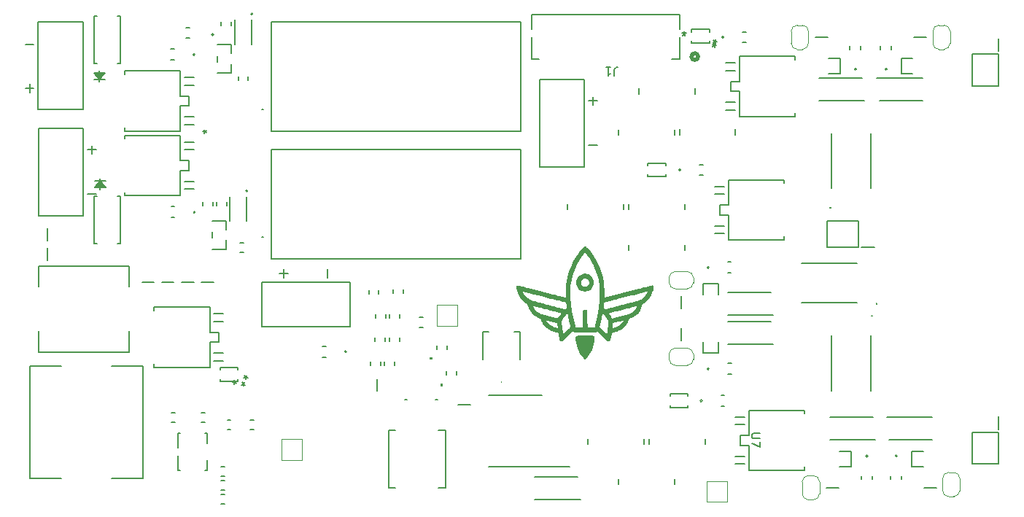
<source format=gbr>
%TF.GenerationSoftware,KiCad,Pcbnew,9.0.3*%
%TF.CreationDate,2025-08-13T20:37:11+01:00*%
%TF.ProjectId,Elytra,456c7974-7261-42e6-9b69-6361645f7063,rev?*%
%TF.SameCoordinates,Original*%
%TF.FileFunction,Legend,Top*%
%TF.FilePolarity,Positive*%
%FSLAX46Y46*%
G04 Gerber Fmt 4.6, Leading zero omitted, Abs format (unit mm)*
G04 Created by KiCad (PCBNEW 9.0.3) date 2025-08-13 20:37:11*
%MOMM*%
%LPD*%
G01*
G04 APERTURE LIST*
%ADD10C,0.150000*%
%ADD11C,0.152400*%
%ADD12C,0.000000*%
%ADD13C,0.200000*%
%ADD14C,0.100000*%
%ADD15C,0.160000*%
%ADD16C,0.120000*%
%ADD17C,0.127000*%
%ADD18C,0.050000*%
%ADD19C,0.508000*%
G04 APERTURE END LIST*
D10*
X117562569Y-123330527D02*
X117800664Y-123330527D01*
X117705426Y-123568622D02*
X117800664Y-123330527D01*
X117800664Y-123330527D02*
X117705426Y-123092432D01*
X117991140Y-123473384D02*
X117800664Y-123330527D01*
X117800664Y-123330527D02*
X117991140Y-123187670D01*
X117562569Y-123330527D02*
X117800664Y-123330527D01*
X117705426Y-123568622D02*
X117800664Y-123330527D01*
X117800664Y-123330527D02*
X117705426Y-123092432D01*
X117991140Y-123473384D02*
X117800664Y-123330527D01*
X117800664Y-123330527D02*
X117991140Y-123187670D01*
X114108219Y-94255998D02*
X114346314Y-94255998D01*
X114251076Y-94494093D02*
X114346314Y-94255998D01*
X114346314Y-94255998D02*
X114251076Y-94017903D01*
X114536790Y-94398855D02*
X114346314Y-94255998D01*
X114346314Y-94255998D02*
X114536790Y-94113141D01*
X114108219Y-94255998D02*
X114346314Y-94255998D01*
X114251076Y-94494093D02*
X114346314Y-94255998D01*
X114346314Y-94255998D02*
X114251076Y-94017903D01*
X114536790Y-94398855D02*
X114346314Y-94255998D01*
X114346314Y-94255998D02*
X114536790Y-94113141D01*
X178825180Y-129298095D02*
X178015657Y-129298095D01*
X178015657Y-129298095D02*
X177920419Y-129345714D01*
X177920419Y-129345714D02*
X177872800Y-129393333D01*
X177872800Y-129393333D02*
X177825180Y-129488571D01*
X177825180Y-129488571D02*
X177825180Y-129679047D01*
X177825180Y-129679047D02*
X177872800Y-129774285D01*
X177872800Y-129774285D02*
X177920419Y-129821904D01*
X177920419Y-129821904D02*
X178015657Y-129869523D01*
X178015657Y-129869523D02*
X178825180Y-129869523D01*
X178825180Y-130250476D02*
X178825180Y-130917142D01*
X178825180Y-130917142D02*
X177825180Y-130488571D01*
X173781680Y-83793000D02*
X173543585Y-83793000D01*
X173638823Y-83554905D02*
X173543585Y-83793000D01*
X173543585Y-83793000D02*
X173638823Y-84031095D01*
X173353109Y-83650143D02*
X173543585Y-83793000D01*
X173543585Y-83793000D02*
X173353109Y-83935857D01*
X173705180Y-84250000D02*
X173467085Y-84250000D01*
X173562323Y-84011905D02*
X173467085Y-84250000D01*
X173467085Y-84250000D02*
X173562323Y-84488095D01*
X173276609Y-84107143D02*
X173467085Y-84250000D01*
X173467085Y-84250000D02*
X173276609Y-84392857D01*
X119080399Y-122995180D02*
X119080399Y-122757085D01*
X119318494Y-122852323D02*
X119080399Y-122757085D01*
X119080399Y-122757085D02*
X118842304Y-122852323D01*
X119223256Y-122566609D02*
X119080399Y-122757085D01*
X119080399Y-122757085D02*
X118937542Y-122566609D01*
X118809999Y-123805180D02*
X118809999Y-123567085D01*
X119048094Y-123662323D02*
X118809999Y-123567085D01*
X118809999Y-123567085D02*
X118571904Y-123662323D01*
X118952856Y-123376609D02*
X118809999Y-123567085D01*
X118809999Y-123567085D02*
X118667142Y-123376609D01*
X161893333Y-87795180D02*
X161893333Y-87080895D01*
X161893333Y-87080895D02*
X161940952Y-86938038D01*
X161940952Y-86938038D02*
X162036190Y-86842800D01*
X162036190Y-86842800D02*
X162179047Y-86795180D01*
X162179047Y-86795180D02*
X162274285Y-86795180D01*
X160893333Y-86795180D02*
X161464761Y-86795180D01*
X161179047Y-86795180D02*
X161179047Y-87795180D01*
X161179047Y-87795180D02*
X161274285Y-87652323D01*
X161274285Y-87652323D02*
X161369523Y-87557085D01*
X161369523Y-87557085D02*
X161464761Y-87509466D01*
X169963400Y-82654819D02*
X169963400Y-82892914D01*
X169725305Y-82797676D02*
X169963400Y-82892914D01*
X169963400Y-82892914D02*
X170201495Y-82797676D01*
X169820543Y-83083390D02*
X169963400Y-82892914D01*
X169963400Y-82892914D02*
X170106257Y-83083390D01*
X169963400Y-82654819D02*
X169963400Y-82892914D01*
X169725305Y-82797676D02*
X169963400Y-82892914D01*
X169963400Y-82892914D02*
X170201495Y-82797676D01*
X169820543Y-83083390D02*
X169963400Y-82892914D01*
X169963400Y-82892914D02*
X170106257Y-83083390D01*
%TO.C,R26*%
X162955750Y-103250000D02*
X162955750Y-102650000D01*
X156455750Y-103250000D02*
X156455750Y-102650000D01*
D11*
%TO.C,U10*%
X115948750Y-118695028D02*
X115948750Y-117552028D01*
X115948750Y-117552028D02*
X114932750Y-117552028D01*
X115415350Y-120854028D02*
X116507550Y-120854028D01*
X115415350Y-119965028D02*
X116507550Y-119965028D01*
X115415350Y-116282028D02*
X116507550Y-116282028D01*
X115415350Y-115393028D02*
X116507550Y-115393028D01*
X114932750Y-121616028D02*
X114932750Y-118695028D01*
X114932750Y-118695028D02*
X115948750Y-118695028D01*
X114932750Y-117552028D02*
X114932750Y-114631028D01*
X114932750Y-114631028D02*
X108455750Y-114631028D01*
X108455750Y-121616028D02*
X114932750Y-121616028D01*
X108455750Y-121212168D02*
X108455750Y-121616028D01*
X108455750Y-114631028D02*
X108455750Y-115034888D01*
D12*
%TO.C,G\u002A\u002A\u002A*%
G36*
X158752617Y-117950074D02*
G01*
X158973366Y-117951497D01*
X159153859Y-117953898D01*
X159295131Y-117957301D01*
X159398214Y-117961730D01*
X159464143Y-117967211D01*
X159492674Y-117973110D01*
X159535967Y-117999317D01*
X159565278Y-118036305D01*
X159582416Y-118091179D01*
X159589190Y-118171046D01*
X159587407Y-118283009D01*
X159584870Y-118335322D01*
X159553075Y-118641994D01*
X159492115Y-118955304D01*
X159404765Y-119268384D01*
X159293803Y-119574369D01*
X159162005Y-119866392D01*
X159012146Y-120137586D01*
X158847003Y-120381086D01*
X158676065Y-120583042D01*
X158598492Y-120660376D01*
X158537774Y-120706338D01*
X158485244Y-120720615D01*
X158432233Y-120702894D01*
X158370073Y-120652861D01*
X158290096Y-120570202D01*
X158289020Y-120569040D01*
X158094921Y-120332128D01*
X157918699Y-120062598D01*
X157892753Y-120013356D01*
X157919080Y-120013356D01*
X157929663Y-120023939D01*
X157940247Y-120013356D01*
X157929663Y-120002772D01*
X157919080Y-120013356D01*
X157892753Y-120013356D01*
X157763153Y-119767390D01*
X157631085Y-119453445D01*
X157525295Y-119127704D01*
X157448584Y-118797106D01*
X157435471Y-118701022D01*
X157453413Y-118701022D01*
X157463997Y-118711606D01*
X157474580Y-118701022D01*
X157463997Y-118690439D01*
X157453413Y-118701022D01*
X157435471Y-118701022D01*
X157429694Y-118658689D01*
X159506579Y-118658689D01*
X159517162Y-118669272D01*
X159527746Y-118658689D01*
X159517162Y-118648106D01*
X159506579Y-118658689D01*
X157429694Y-118658689D01*
X157403752Y-118468593D01*
X157396162Y-118356446D01*
X157391677Y-118226535D01*
X157394011Y-118131755D01*
X157404822Y-118065215D01*
X157425771Y-118020029D01*
X157444430Y-118002522D01*
X157495747Y-118002522D01*
X157506330Y-118013106D01*
X157516913Y-118002522D01*
X157506330Y-117991939D01*
X157495747Y-118002522D01*
X157444430Y-118002522D01*
X157458516Y-117989307D01*
X157488485Y-117973110D01*
X157521609Y-117966656D01*
X157590950Y-117961274D01*
X157697542Y-117956941D01*
X157842418Y-117953632D01*
X158026612Y-117951324D01*
X158251158Y-117949991D01*
X158490579Y-117949606D01*
X158752617Y-117950074D01*
G37*
G36*
X158552803Y-107607339D02*
G01*
X158613128Y-107634580D01*
X158679245Y-107686180D01*
X158758843Y-107767211D01*
X158779031Y-107789606D01*
X159135886Y-108220437D01*
X159460929Y-108675657D01*
X159752698Y-109152145D01*
X160009725Y-109646780D01*
X160230548Y-110156443D01*
X160413702Y-110678013D01*
X160557721Y-111208369D01*
X160661141Y-111744391D01*
X160673007Y-111824708D01*
X160686990Y-111932348D01*
X160698350Y-112042400D01*
X160707462Y-112161701D01*
X160714704Y-112297087D01*
X160720454Y-112455396D01*
X160725087Y-112643464D01*
X160728388Y-112829149D01*
X160739137Y-113518943D01*
X161101816Y-113426491D01*
X161169142Y-113409356D01*
X163231912Y-113409356D01*
X163242496Y-113419940D01*
X163253079Y-113409356D01*
X163242496Y-113398773D01*
X163231912Y-113409356D01*
X161169142Y-113409356D01*
X161194828Y-113402819D01*
X161252416Y-113388190D01*
X163316579Y-113388190D01*
X163327162Y-113398773D01*
X163337746Y-113388190D01*
X163327162Y-113377606D01*
X163316579Y-113388190D01*
X161252416Y-113388190D01*
X161323244Y-113370196D01*
X161335746Y-113367023D01*
X163401246Y-113367023D01*
X163411829Y-113377606D01*
X163422412Y-113367023D01*
X163411829Y-113356440D01*
X163401246Y-113367023D01*
X161335746Y-113367023D01*
X161481427Y-113330049D01*
X161663740Y-113283809D01*
X161864546Y-113232904D01*
X162003520Y-113197690D01*
X164078579Y-113197690D01*
X164089162Y-113208273D01*
X164099746Y-113197690D01*
X164089162Y-113187106D01*
X164078579Y-113197690D01*
X162003520Y-113197690D01*
X162078209Y-113178764D01*
X162170625Y-113155356D01*
X164247912Y-113155356D01*
X164258496Y-113165940D01*
X164269079Y-113155356D01*
X164258496Y-113144773D01*
X164247912Y-113155356D01*
X162170625Y-113155356D01*
X162254194Y-113134190D01*
X164332579Y-113134190D01*
X164343162Y-113144773D01*
X164353746Y-113134190D01*
X164343162Y-113123606D01*
X164332579Y-113134190D01*
X162254194Y-113134190D01*
X162299091Y-113122818D01*
X162421382Y-113091856D01*
X162554579Y-113091856D01*
X162565162Y-113102440D01*
X162575746Y-113091856D01*
X162565162Y-113081273D01*
X162554579Y-113091856D01*
X162421382Y-113091856D01*
X162521555Y-113066495D01*
X162554579Y-113058136D01*
X162588600Y-113049523D01*
X164671246Y-113049523D01*
X164681829Y-113060106D01*
X164692412Y-113049523D01*
X164681829Y-113038940D01*
X164671246Y-113049523D01*
X162588600Y-113049523D01*
X162755807Y-113007190D01*
X162893246Y-113007190D01*
X162903829Y-113017773D01*
X162914412Y-113007190D01*
X162903829Y-112996606D01*
X162893246Y-113007190D01*
X162755807Y-113007190D01*
X162990665Y-112947729D01*
X163387767Y-112847117D01*
X163747956Y-112755769D01*
X164073302Y-112673153D01*
X164365876Y-112598739D01*
X164424268Y-112583856D01*
X164565412Y-112583856D01*
X164575996Y-112594440D01*
X164586579Y-112583856D01*
X164575996Y-112573273D01*
X164565412Y-112583856D01*
X164424268Y-112583856D01*
X164627747Y-112531995D01*
X164860988Y-112472389D01*
X165067668Y-112419390D01*
X165249858Y-112372466D01*
X165409628Y-112331087D01*
X165549049Y-112294720D01*
X165670191Y-112262834D01*
X165736470Y-112245190D01*
X165877746Y-112245190D01*
X165888329Y-112255773D01*
X165898912Y-112245190D01*
X165888329Y-112234606D01*
X165877746Y-112245190D01*
X165736470Y-112245190D01*
X165775126Y-112234899D01*
X165865923Y-112210381D01*
X165944653Y-112188751D01*
X165976725Y-112179810D01*
X166079883Y-112152054D01*
X166172447Y-112129241D01*
X166244551Y-112113664D01*
X166286331Y-112107618D01*
X166287309Y-112107606D01*
X166337179Y-112120974D01*
X166394575Y-112154118D01*
X166407593Y-112164343D01*
X166447610Y-112201967D01*
X166465922Y-112237322D01*
X166468656Y-112287705D01*
X166465716Y-112328385D01*
X166452832Y-112404236D01*
X166426232Y-112509971D01*
X166388926Y-112636584D01*
X166343925Y-112775071D01*
X166294240Y-112916426D01*
X166242881Y-113051645D01*
X166192860Y-113171722D01*
X166160280Y-113241892D01*
X166003906Y-113511481D01*
X165811766Y-113758675D01*
X165584375Y-113982895D01*
X165328851Y-114179085D01*
X165153338Y-114298356D01*
X165106120Y-114478272D01*
X165010992Y-114765504D01*
X164883278Y-115025954D01*
X164722724Y-115259906D01*
X164529078Y-115467641D01*
X164302083Y-115649441D01*
X164041487Y-115805591D01*
X163819682Y-115907741D01*
X163644662Y-115979341D01*
X163578593Y-116169871D01*
X163471691Y-116414719D01*
X163327127Y-116645375D01*
X163148100Y-116858721D01*
X162937808Y-117051636D01*
X162699449Y-117221003D01*
X162436222Y-117363702D01*
X162289996Y-117426560D01*
X162209943Y-117457127D01*
X162132432Y-117484260D01*
X162048730Y-117510562D01*
X161950108Y-117538634D01*
X161827835Y-117571079D01*
X161673181Y-117610498D01*
X161670871Y-117611080D01*
X161613571Y-117629306D01*
X161587259Y-117651755D01*
X161580912Y-117687858D01*
X161580912Y-117688058D01*
X161576584Y-117734281D01*
X161564400Y-117815169D01*
X161545566Y-117924035D01*
X161521287Y-118054191D01*
X161492766Y-118198950D01*
X161462539Y-118345331D01*
X161441225Y-118432367D01*
X161417410Y-118491285D01*
X161384270Y-118536079D01*
X161356738Y-118562289D01*
X161280939Y-118612601D01*
X161204589Y-118624852D01*
X161123246Y-118604790D01*
X161095498Y-118585221D01*
X161041590Y-118539024D01*
X160965177Y-118469627D01*
X160869913Y-118380455D01*
X160759452Y-118274937D01*
X160637450Y-118156497D01*
X160507559Y-118028563D01*
X160488080Y-118009222D01*
X159911170Y-117435803D01*
X159844826Y-117491627D01*
X159787085Y-117532319D01*
X159730403Y-117560577D01*
X159721906Y-117563320D01*
X159690670Y-117566260D01*
X159621110Y-117569024D01*
X159517232Y-117571560D01*
X159383044Y-117573818D01*
X159222556Y-117575747D01*
X159039774Y-117577297D01*
X158838706Y-117578416D01*
X158623361Y-117579055D01*
X158467544Y-117579189D01*
X157269759Y-117579189D01*
X157156788Y-117508962D01*
X157043818Y-117438736D01*
X156470740Y-118009439D01*
X156340933Y-118138129D01*
X156219014Y-118257895D01*
X156108564Y-118365298D01*
X156013166Y-118456903D01*
X155936405Y-118529272D01*
X155881862Y-118578967D01*
X155853121Y-118602553D01*
X155851430Y-118603540D01*
X155764501Y-118624939D01*
X155672591Y-118605198D01*
X155649221Y-118593805D01*
X155597685Y-118551858D01*
X155558171Y-118498342D01*
X155541950Y-118453299D01*
X155520695Y-118374128D01*
X155496076Y-118268502D01*
X155469765Y-118144091D01*
X155443432Y-118008568D01*
X155418749Y-117869602D01*
X155410976Y-117822606D01*
X155395839Y-117728773D01*
X155391120Y-117706189D01*
X155421413Y-117706189D01*
X155431997Y-117716772D01*
X155442580Y-117706189D01*
X155887080Y-117706189D01*
X155897663Y-117716772D01*
X155908247Y-117706189D01*
X155897663Y-117695606D01*
X155887080Y-117706189D01*
X155442580Y-117706189D01*
X155431997Y-117695606D01*
X155421413Y-117706189D01*
X155391120Y-117706189D01*
X155383152Y-117668058D01*
X155366997Y-117632082D01*
X155341461Y-117612465D01*
X155300626Y-117600826D01*
X155247111Y-117590483D01*
X155115066Y-117558022D01*
X155252080Y-117558022D01*
X155262663Y-117568606D01*
X155273247Y-117558022D01*
X155865913Y-117558022D01*
X155876497Y-117568606D01*
X155887080Y-117558022D01*
X155876497Y-117547439D01*
X155865913Y-117558022D01*
X155273247Y-117558022D01*
X155262663Y-117547439D01*
X155252080Y-117558022D01*
X155115066Y-117558022D01*
X154908107Y-117507144D01*
X154608475Y-117399272D01*
X155844747Y-117399272D01*
X155852491Y-117416695D01*
X155858858Y-117413383D01*
X155861391Y-117388263D01*
X155858858Y-117385161D01*
X155846274Y-117388067D01*
X155844747Y-117399272D01*
X154608475Y-117399272D01*
X154600504Y-117396403D01*
X154322834Y-117257529D01*
X154073626Y-117089795D01*
X153863191Y-116904341D01*
X153677562Y-116695845D01*
X153530229Y-116478340D01*
X153427618Y-116266856D01*
X153452913Y-116266856D01*
X153463497Y-116277439D01*
X153474080Y-116266856D01*
X153463497Y-116256272D01*
X153452913Y-116266856D01*
X153427618Y-116266856D01*
X153417240Y-116245466D01*
X153393831Y-116179942D01*
X153987854Y-116179942D01*
X153996847Y-116198315D01*
X154026130Y-116241777D01*
X154070005Y-116302000D01*
X154084861Y-116321696D01*
X154266050Y-116529159D01*
X154469295Y-116702509D01*
X154697455Y-116843633D01*
X154953386Y-116954423D01*
X155121539Y-117007143D01*
X155203597Y-117029595D01*
X155268677Y-117047264D01*
X155307113Y-117057532D01*
X155313211Y-117059055D01*
X155315456Y-117040721D01*
X155313295Y-116991282D01*
X155309210Y-116944189D01*
X155336747Y-116944189D01*
X155347330Y-116954772D01*
X155357913Y-116944189D01*
X155347330Y-116933606D01*
X155336747Y-116944189D01*
X155309210Y-116944189D01*
X155307612Y-116925773D01*
X155297577Y-116824351D01*
X155287108Y-116713291D01*
X155281952Y-116656092D01*
X155274412Y-116584966D01*
X155266436Y-116532555D01*
X155260332Y-116511469D01*
X155238059Y-116503662D01*
X155181117Y-116487144D01*
X155095547Y-116463487D01*
X154987388Y-116434264D01*
X154862678Y-116401051D01*
X154755047Y-116372689D01*
X154892247Y-116372689D01*
X154902830Y-116383272D01*
X154913413Y-116372689D01*
X154902830Y-116362106D01*
X154892247Y-116372689D01*
X154755047Y-116372689D01*
X154727458Y-116365419D01*
X154587766Y-116328942D01*
X154449642Y-116293195D01*
X154443753Y-116291686D01*
X155758122Y-116291686D01*
X155799973Y-116628521D01*
X155817036Y-116767050D01*
X155837100Y-116931826D01*
X155858252Y-117107045D01*
X155878584Y-117276906D01*
X155890044Y-117373486D01*
X155938264Y-117781616D01*
X156361683Y-117362902D01*
X156471479Y-117254471D01*
X156571223Y-117156243D01*
X156657031Y-117072021D01*
X156725020Y-117005607D01*
X156771306Y-116960803D01*
X156792007Y-116941412D01*
X156792673Y-116940926D01*
X156790357Y-116920311D01*
X156786839Y-116901856D01*
X157305247Y-116901856D01*
X157315830Y-116912439D01*
X157326413Y-116901856D01*
X157315830Y-116891272D01*
X157305247Y-116901856D01*
X156786839Y-116901856D01*
X156779690Y-116864346D01*
X156769877Y-116817189D01*
X157284080Y-116817189D01*
X157294663Y-116827772D01*
X157305247Y-116817189D01*
X157294663Y-116806606D01*
X157284080Y-116817189D01*
X156769877Y-116817189D01*
X156761912Y-116778915D01*
X156738264Y-116669900D01*
X156709984Y-116543184D01*
X156695290Y-116478522D01*
X157199413Y-116478522D01*
X157209997Y-116489106D01*
X157220580Y-116478522D01*
X157209997Y-116467939D01*
X157199413Y-116478522D01*
X156695290Y-116478522D01*
X156694548Y-116475259D01*
X156690477Y-116457356D01*
X156712580Y-116457356D01*
X156723163Y-116467939D01*
X156733747Y-116457356D01*
X156723163Y-116446772D01*
X156712580Y-116457356D01*
X156690477Y-116457356D01*
X156649388Y-116276669D01*
X156647190Y-116266856D01*
X156670247Y-116266856D01*
X156680830Y-116277439D01*
X156691413Y-116266856D01*
X156680830Y-116256272D01*
X156670247Y-116266856D01*
X156647190Y-116266856D01*
X156628224Y-116182189D01*
X156649080Y-116182189D01*
X156659663Y-116192772D01*
X156670247Y-116182189D01*
X156659663Y-116171606D01*
X156649080Y-116182189D01*
X156628224Y-116182189D01*
X156612684Y-116112814D01*
X156583033Y-115977263D01*
X156559035Y-115863582D01*
X156539289Y-115765338D01*
X156533942Y-115737689D01*
X156529071Y-115708348D01*
X156519526Y-115648065D01*
X156517003Y-115631856D01*
X156543247Y-115631856D01*
X156553830Y-115642439D01*
X156564413Y-115631856D01*
X156553830Y-115621272D01*
X156543247Y-115631856D01*
X156517003Y-115631856D01*
X156507025Y-115567742D01*
X156503856Y-115547189D01*
X156987747Y-115547189D01*
X156998330Y-115557772D01*
X157008913Y-115547189D01*
X156998330Y-115536606D01*
X156987747Y-115547189D01*
X156503856Y-115547189D01*
X156501409Y-115531314D01*
X156486676Y-115449012D01*
X156471354Y-115385500D01*
X156468439Y-115377856D01*
X156500913Y-115377856D01*
X156511497Y-115388439D01*
X156522080Y-115377856D01*
X156511497Y-115367272D01*
X156500913Y-115377856D01*
X156468439Y-115377856D01*
X156457908Y-115350237D01*
X156453114Y-115346106D01*
X156424122Y-115361373D01*
X156374729Y-115402719D01*
X156311342Y-115463461D01*
X156240370Y-115536917D01*
X156168222Y-115616405D01*
X156101305Y-115695242D01*
X156046029Y-115766744D01*
X156035663Y-115781411D01*
X155973572Y-115877998D01*
X155907629Y-115991270D01*
X155850680Y-116099013D01*
X155843454Y-116113851D01*
X155758122Y-116291686D01*
X154443753Y-116291686D01*
X154319126Y-116259750D01*
X154202256Y-116230180D01*
X154105073Y-116206060D01*
X154033615Y-116188962D01*
X153993922Y-116180461D01*
X153987854Y-116179942D01*
X153393831Y-116179942D01*
X153387072Y-116161022D01*
X154066747Y-116161022D01*
X154077330Y-116171606D01*
X154087913Y-116161022D01*
X154077330Y-116150439D01*
X154066747Y-116161022D01*
X153387072Y-116161022D01*
X153368167Y-116108106D01*
X153363774Y-116097522D01*
X153389413Y-116097522D01*
X153399997Y-116108106D01*
X153410580Y-116097522D01*
X153399997Y-116086939D01*
X153389413Y-116097522D01*
X153363774Y-116097522D01*
X153331802Y-116020491D01*
X153289937Y-115971895D01*
X153287568Y-115970522D01*
X155252080Y-115970522D01*
X155262663Y-115981106D01*
X155273247Y-115970522D01*
X155262663Y-115959939D01*
X155252080Y-115970522D01*
X153287568Y-115970522D01*
X153280977Y-115966701D01*
X153242999Y-115948244D01*
X153175988Y-115916068D01*
X153089162Y-115874586D01*
X152991742Y-115828211D01*
X152984574Y-115824805D01*
X152942253Y-115801189D01*
X152987247Y-115801189D01*
X152997830Y-115811772D01*
X153008413Y-115801189D01*
X152997830Y-115790606D01*
X152987247Y-115801189D01*
X152942253Y-115801189D01*
X152866391Y-115758856D01*
X154447747Y-115758856D01*
X154458330Y-115769439D01*
X154468913Y-115758856D01*
X154458330Y-115748272D01*
X154447747Y-115758856D01*
X152866391Y-115758856D01*
X152790529Y-115716522D01*
X154278413Y-115716522D01*
X154288997Y-115727106D01*
X154299580Y-115716522D01*
X154288997Y-115705939D01*
X154278413Y-115716522D01*
X152790529Y-115716522D01*
X152719028Y-115676622D01*
X152631642Y-115610689D01*
X153876247Y-115610689D01*
X153886830Y-115621272D01*
X153897413Y-115610689D01*
X153886830Y-115600106D01*
X153876247Y-115610689D01*
X152631642Y-115610689D01*
X152519428Y-115526022D01*
X153516413Y-115526022D01*
X153526997Y-115536606D01*
X153537580Y-115526022D01*
X153526997Y-115515439D01*
X153516413Y-115526022D01*
X152519428Y-115526022D01*
X152484049Y-115499328D01*
X152280510Y-115293984D01*
X152109287Y-115061654D01*
X151971252Y-114803398D01*
X151925699Y-114679356D01*
X152479247Y-114679356D01*
X152489830Y-114689939D01*
X152500413Y-114679356D01*
X152489830Y-114668772D01*
X152479247Y-114679356D01*
X151925699Y-114679356D01*
X151867280Y-114520280D01*
X151858649Y-114488856D01*
X151886580Y-114488856D01*
X151897163Y-114499439D01*
X151907747Y-114488856D01*
X151906579Y-114487688D01*
X152441608Y-114487688D01*
X152445606Y-114510793D01*
X152467789Y-114561605D01*
X152503827Y-114631980D01*
X152549392Y-114713773D01*
X152600156Y-114798841D01*
X152641045Y-114862937D01*
X152783426Y-115041410D01*
X152959844Y-115199721D01*
X153165278Y-115334037D01*
X153394708Y-115440523D01*
X153399997Y-115442527D01*
X153481184Y-115469887D01*
X153589032Y-115501705D01*
X153708756Y-115533808D01*
X153812747Y-115559104D01*
X153905257Y-115581121D01*
X154030040Y-115611990D01*
X154178504Y-115649522D01*
X154342053Y-115691527D01*
X154512094Y-115735815D01*
X154669997Y-115777525D01*
X154822505Y-115817941D01*
X154962266Y-115854650D01*
X155083892Y-115886262D01*
X155181999Y-115911389D01*
X155251201Y-115928643D01*
X155286111Y-115936635D01*
X155288691Y-115937015D01*
X155312774Y-115920764D01*
X155344449Y-115877508D01*
X155351603Y-115864689D01*
X155379080Y-115864689D01*
X155389663Y-115875272D01*
X155400247Y-115864689D01*
X155389663Y-115854106D01*
X155379080Y-115864689D01*
X155351603Y-115864689D01*
X155360462Y-115848814D01*
X155419779Y-115744416D01*
X155495880Y-115627556D01*
X155577053Y-115515322D01*
X155649641Y-115426943D01*
X155689681Y-115379886D01*
X155712888Y-115347170D01*
X155715423Y-115338279D01*
X155693706Y-115331721D01*
X155635609Y-115316056D01*
X155548462Y-115293189D01*
X156945413Y-115293189D01*
X156955997Y-115303772D01*
X156966580Y-115293189D01*
X156955997Y-115282606D01*
X156945413Y-115293189D01*
X155548462Y-115293189D01*
X155545812Y-115292494D01*
X155428992Y-115262246D01*
X155289827Y-115226525D01*
X155132993Y-115186543D01*
X154976913Y-115146983D01*
X154750138Y-115089481D01*
X154552897Y-115039189D01*
X154680580Y-115039189D01*
X154691163Y-115049772D01*
X154701747Y-115039189D01*
X154691163Y-115028606D01*
X154680580Y-115039189D01*
X154552897Y-115039189D01*
X154515740Y-115029715D01*
X154470106Y-115018022D01*
X156903080Y-115018022D01*
X156913663Y-115028606D01*
X156924247Y-115018022D01*
X156913663Y-115007439D01*
X156903080Y-115018022D01*
X154470106Y-115018022D01*
X154277616Y-114968701D01*
X154039662Y-114907458D01*
X153805776Y-114847003D01*
X153579855Y-114788353D01*
X153567721Y-114785189D01*
X153706913Y-114785189D01*
X153717497Y-114795772D01*
X153728080Y-114785189D01*
X153717497Y-114774606D01*
X153706913Y-114785189D01*
X153567721Y-114785189D01*
X153365794Y-114732527D01*
X153243712Y-114700522D01*
X155294413Y-114700522D01*
X155304997Y-114711106D01*
X155315580Y-114700522D01*
X155304997Y-114689939D01*
X155294413Y-114700522D01*
X153243712Y-114700522D01*
X153167492Y-114680541D01*
X152988844Y-114633413D01*
X152922836Y-114615856D01*
X153050747Y-114615856D01*
X153061330Y-114626439D01*
X153071913Y-114615856D01*
X153061330Y-114605272D01*
X153050747Y-114615856D01*
X152922836Y-114615856D01*
X152833748Y-114592160D01*
X152706100Y-114557800D01*
X152609797Y-114531351D01*
X152548737Y-114513829D01*
X152532990Y-114508855D01*
X152479566Y-114492740D01*
X152446033Y-114486718D01*
X152441608Y-114487688D01*
X151906579Y-114487688D01*
X151897163Y-114478272D01*
X151886580Y-114488856D01*
X151858649Y-114488856D01*
X151845300Y-114440256D01*
X151823143Y-114363043D01*
X151801624Y-114303658D01*
X151798732Y-114298356D01*
X153749247Y-114298356D01*
X153759830Y-114308939D01*
X153770413Y-114298356D01*
X153759830Y-114287772D01*
X153749247Y-114298356D01*
X151798732Y-114298356D01*
X151784659Y-114272549D01*
X151781657Y-114270437D01*
X151754880Y-114256137D01*
X151754690Y-114256022D01*
X153579913Y-114256022D01*
X153590497Y-114266606D01*
X153601080Y-114256022D01*
X153590497Y-114245439D01*
X153579913Y-114256022D01*
X151754690Y-114256022D01*
X151702384Y-114224299D01*
X151652249Y-114192522D01*
X151696080Y-114192522D01*
X151706663Y-114203106D01*
X151717247Y-114192522D01*
X151706663Y-114181939D01*
X151696080Y-114192522D01*
X151652249Y-114192522D01*
X151633727Y-114180782D01*
X151619194Y-114171356D01*
X153262413Y-114171356D01*
X153272997Y-114181939D01*
X153283580Y-114171356D01*
X153272997Y-114160772D01*
X153262413Y-114171356D01*
X151619194Y-114171356D01*
X151604933Y-114162105D01*
X151394015Y-114002023D01*
X152606247Y-114002023D01*
X152616830Y-114012606D01*
X152627413Y-114002023D01*
X152616830Y-113991440D01*
X152606247Y-114002023D01*
X151394015Y-114002023D01*
X151373004Y-113986076D01*
X151162131Y-113775831D01*
X150976246Y-113535869D01*
X150819279Y-113270689D01*
X150809947Y-113252241D01*
X150760614Y-113145410D01*
X150707686Y-113016775D01*
X150672072Y-112922523D01*
X151230413Y-112922523D01*
X151240997Y-112933106D01*
X151251580Y-112922523D01*
X151240997Y-112911940D01*
X151230413Y-112922523D01*
X150672072Y-112922523D01*
X150654373Y-112875683D01*
X150641131Y-112837856D01*
X150658913Y-112837856D01*
X150669497Y-112848440D01*
X150675304Y-112842632D01*
X151249726Y-112842632D01*
X151261850Y-112880914D01*
X151289222Y-112940497D01*
X151328033Y-113014218D01*
X151374476Y-113094913D01*
X151424742Y-113175419D01*
X151475025Y-113248572D01*
X151484372Y-113261190D01*
X151662698Y-113463709D01*
X151869631Y-113636546D01*
X152100630Y-113776345D01*
X152296839Y-113861111D01*
X152355031Y-113880094D01*
X152448766Y-113908106D01*
X152572589Y-113943626D01*
X152721046Y-113985135D01*
X152888681Y-114031114D01*
X153070040Y-114080042D01*
X153259668Y-114130401D01*
X153325913Y-114147803D01*
X153474849Y-114186754D01*
X153645474Y-114231272D01*
X153833870Y-114280345D01*
X154036123Y-114332957D01*
X154248317Y-114388095D01*
X154466535Y-114444745D01*
X154686864Y-114501893D01*
X154905386Y-114558525D01*
X155118186Y-114613627D01*
X155321348Y-114666185D01*
X155510958Y-114715186D01*
X155683098Y-114759615D01*
X155833853Y-114798459D01*
X155959309Y-114830703D01*
X156055548Y-114855334D01*
X156118655Y-114871337D01*
X156144715Y-114877699D01*
X156144726Y-114877701D01*
X156168090Y-114867383D01*
X156213070Y-114837924D01*
X156250559Y-114810370D01*
X156303873Y-114766653D01*
X156321709Y-114742856D01*
X156860747Y-114742856D01*
X156871330Y-114753439D01*
X156881913Y-114742856D01*
X156871330Y-114732272D01*
X156860747Y-114742856D01*
X156321709Y-114742856D01*
X156331028Y-114730421D01*
X156340683Y-114685076D01*
X156341650Y-114635745D01*
X156339081Y-114556899D01*
X156332807Y-114459084D01*
X156328157Y-114404189D01*
X156818413Y-114404189D01*
X156828997Y-114414772D01*
X156839580Y-114404189D01*
X156828997Y-114393606D01*
X156818413Y-114404189D01*
X156328157Y-114404189D01*
X156324013Y-114355262D01*
X156313886Y-114258393D01*
X156303615Y-114181438D01*
X156296738Y-114145405D01*
X156267373Y-114103108D01*
X156207630Y-114077350D01*
X156177410Y-114069653D01*
X156108763Y-114052345D01*
X156004330Y-114026088D01*
X155866753Y-113991544D01*
X155781966Y-113970273D01*
X156776080Y-113970273D01*
X156783824Y-113987695D01*
X156790191Y-113984384D01*
X156792724Y-113959264D01*
X156790191Y-113956162D01*
X156777607Y-113959067D01*
X156776080Y-113970273D01*
X155781966Y-113970273D01*
X155698673Y-113949376D01*
X155502731Y-113900245D01*
X155281567Y-113844814D01*
X155037824Y-113783744D01*
X154979718Y-113769190D01*
X155103913Y-113769190D01*
X155114497Y-113779773D01*
X155125080Y-113769190D01*
X155114497Y-113758606D01*
X155103913Y-113769190D01*
X154979718Y-113769190D01*
X154774142Y-113717697D01*
X154493163Y-113647336D01*
X154197528Y-113573323D01*
X153889878Y-113496319D01*
X153710698Y-113451478D01*
X153398352Y-113373280D01*
X153097160Y-113297799D01*
X152809703Y-113225687D01*
X152782503Y-113218856D01*
X152902580Y-113218856D01*
X152913163Y-113229440D01*
X152923747Y-113218856D01*
X152913163Y-113208273D01*
X152902580Y-113218856D01*
X152782503Y-113218856D01*
X152538560Y-113157594D01*
X152286313Y-113094171D01*
X152193049Y-113070690D01*
X154278413Y-113070690D01*
X154288997Y-113081273D01*
X154299580Y-113070690D01*
X154288997Y-113060106D01*
X154278413Y-113070690D01*
X152193049Y-113070690D01*
X152108979Y-113049523D01*
X152225247Y-113049523D01*
X152235830Y-113060106D01*
X152246413Y-113049523D01*
X152235830Y-113038940D01*
X152225247Y-113049523D01*
X152108979Y-113049523D01*
X152055542Y-113036069D01*
X151857100Y-112986023D01*
X153939747Y-112986023D01*
X153950330Y-112996606D01*
X153960913Y-112986023D01*
X153950330Y-112975440D01*
X153939747Y-112986023D01*
X151857100Y-112986023D01*
X151848828Y-112983937D01*
X151668752Y-112938427D01*
X151517895Y-112900189D01*
X151398837Y-112869874D01*
X151356574Y-112859023D01*
X151484413Y-112859023D01*
X151494997Y-112869606D01*
X151505580Y-112859023D01*
X151494997Y-112848440D01*
X151484413Y-112859023D01*
X151356574Y-112859023D01*
X151314159Y-112848132D01*
X151266442Y-112835615D01*
X151256658Y-112832815D01*
X151249726Y-112842632D01*
X150675304Y-112842632D01*
X150680080Y-112837856D01*
X150669497Y-112827273D01*
X150658913Y-112837856D01*
X150641131Y-112837856D01*
X150603889Y-112731476D01*
X150559444Y-112593501D01*
X150550585Y-112562690D01*
X150574247Y-112562690D01*
X150584830Y-112573273D01*
X150595413Y-112562690D01*
X150584830Y-112552106D01*
X150574247Y-112562690D01*
X150550585Y-112562690D01*
X150524250Y-112471102D01*
X150501520Y-112373625D01*
X150496035Y-112338897D01*
X150491344Y-112273619D01*
X150500952Y-112230571D01*
X150530956Y-112190451D01*
X150548643Y-112172287D01*
X150600362Y-112131637D01*
X150650455Y-112109169D01*
X150662823Y-112107606D01*
X150700682Y-112113362D01*
X150770068Y-112129144D01*
X150861989Y-112152724D01*
X150967450Y-112181872D01*
X150997826Y-112190625D01*
X151075343Y-112212423D01*
X151185392Y-112242180D01*
X151328663Y-112280072D01*
X151505844Y-112326274D01*
X151717624Y-112380961D01*
X151964692Y-112444309D01*
X152247738Y-112516495D01*
X152567449Y-112597692D01*
X152924516Y-112688077D01*
X153319627Y-112787825D01*
X153753471Y-112897112D01*
X154226737Y-113016113D01*
X154740114Y-113145004D01*
X154976913Y-113204400D01*
X155194248Y-113258886D01*
X155400380Y-113310535D01*
X155591453Y-113358384D01*
X155763612Y-113401469D01*
X155913003Y-113438825D01*
X156035770Y-113469490D01*
X156128059Y-113492497D01*
X156186014Y-113506884D01*
X156204580Y-113511425D01*
X156257497Y-113523867D01*
X156257497Y-112978160D01*
X156787125Y-112978160D01*
X156795112Y-113401785D01*
X156797119Y-113451690D01*
X156803598Y-113597732D01*
X156810123Y-113732765D01*
X156816325Y-113850006D01*
X156821833Y-113942675D01*
X156826277Y-114003992D01*
X156828321Y-114023190D01*
X156835331Y-114078397D01*
X156843663Y-114156785D01*
X156849979Y-114224272D01*
X156879199Y-114502111D01*
X156920520Y-114811173D01*
X156972301Y-115142639D01*
X157032901Y-115487689D01*
X157100680Y-115837507D01*
X157173997Y-116183272D01*
X157251211Y-116516167D01*
X157330680Y-116827374D01*
X157342274Y-116870106D01*
X157379908Y-117007689D01*
X157781786Y-117018272D01*
X157908269Y-117021252D01*
X158020106Y-117023222D01*
X158110452Y-117024114D01*
X158172460Y-117023863D01*
X158199285Y-117022403D01*
X158199538Y-117022315D01*
X158202830Y-117000469D01*
X158205891Y-116940579D01*
X158208649Y-116846934D01*
X158211033Y-116723821D01*
X158212971Y-116575531D01*
X158214391Y-116406352D01*
X158215221Y-116220572D01*
X158215413Y-116074426D01*
X158215543Y-115837412D01*
X158216176Y-115638985D01*
X158217675Y-115475399D01*
X158220402Y-115342908D01*
X158224722Y-115237766D01*
X158230997Y-115156227D01*
X158239590Y-115094546D01*
X158242812Y-115081522D01*
X158257747Y-115081522D01*
X158268330Y-115092106D01*
X158278913Y-115081522D01*
X158268330Y-115070939D01*
X158257747Y-115081522D01*
X158242812Y-115081522D01*
X158250865Y-115048976D01*
X158255086Y-115039189D01*
X158681079Y-115039189D01*
X158691662Y-115049772D01*
X158702246Y-115039189D01*
X158691662Y-115028606D01*
X158681079Y-115039189D01*
X158255086Y-115039189D01*
X158265185Y-115015771D01*
X158282913Y-114991185D01*
X158304412Y-114971473D01*
X158323720Y-114957288D01*
X158330802Y-114954522D01*
X158427080Y-114954522D01*
X158437663Y-114965106D01*
X158448247Y-114954522D01*
X158437663Y-114943939D01*
X158427080Y-114954522D01*
X158330802Y-114954522D01*
X158387026Y-114932558D01*
X158472099Y-114923684D01*
X158561415Y-114930765D01*
X158637451Y-114953896D01*
X158640706Y-114955536D01*
X158693605Y-114996133D01*
X158729613Y-115045494D01*
X158736536Y-115075911D01*
X158742687Y-115135675D01*
X158748138Y-115226802D01*
X158752960Y-115351307D01*
X158757225Y-115511206D01*
X158761004Y-115708514D01*
X158764369Y-115945246D01*
X158765746Y-116063197D01*
X158776329Y-117023706D01*
X159167912Y-117019892D01*
X159326781Y-117017213D01*
X159445651Y-117012565D01*
X159526817Y-117005789D01*
X159572575Y-116996723D01*
X159583467Y-116990717D01*
X159600912Y-116956230D01*
X159614703Y-116915634D01*
X160177668Y-116915634D01*
X160598832Y-117344751D01*
X160707800Y-117455431D01*
X160807214Y-117555749D01*
X160893210Y-117641855D01*
X160961922Y-117709902D01*
X161009485Y-117756044D01*
X161032034Y-117776432D01*
X161033136Y-117777070D01*
X161041311Y-117759344D01*
X161050779Y-117709593D01*
X161056458Y-117663856D01*
X161538579Y-117663856D01*
X161549162Y-117674439D01*
X161559746Y-117663856D01*
X161549162Y-117653272D01*
X161538579Y-117663856D01*
X161056458Y-117663856D01*
X161059667Y-117638009D01*
X161060759Y-117626814D01*
X161074531Y-117483283D01*
X161086498Y-117365407D01*
X161098464Y-117256665D01*
X161112233Y-117140531D01*
X161120813Y-117071189D01*
X161729079Y-117071189D01*
X161739662Y-117081772D01*
X161750246Y-117071189D01*
X161739662Y-117060606D01*
X161729079Y-117071189D01*
X161120813Y-117071189D01*
X161121831Y-117062962D01*
X161638237Y-117062962D01*
X161699533Y-117048367D01*
X161748646Y-117035213D01*
X161823712Y-117013469D01*
X161910327Y-116987331D01*
X161930162Y-116981202D01*
X162165386Y-116893705D01*
X162373456Y-116783467D01*
X162566569Y-116643354D01*
X162679007Y-116543236D01*
X162741688Y-116480331D01*
X162806855Y-116409363D01*
X162868648Y-116337486D01*
X162921203Y-116271856D01*
X162958658Y-116219627D01*
X162975150Y-116187955D01*
X162974504Y-116182585D01*
X162952778Y-116185515D01*
X162896585Y-116197788D01*
X162812370Y-116217865D01*
X162706576Y-116244208D01*
X162585648Y-116275277D01*
X162579345Y-116276921D01*
X162434782Y-116314389D01*
X162283155Y-116353256D01*
X162137493Y-116390211D01*
X162010828Y-116421943D01*
X161941886Y-116438922D01*
X161692412Y-116499689D01*
X161678953Y-116669022D01*
X161670427Y-116768382D01*
X161660817Y-116868496D01*
X161652152Y-116948282D01*
X161651866Y-116950659D01*
X161638237Y-117062962D01*
X161121831Y-117062962D01*
X161126052Y-117028856D01*
X161129988Y-116997106D01*
X161157579Y-116997106D01*
X161165324Y-117014528D01*
X161171690Y-117011217D01*
X161174223Y-116986097D01*
X161171690Y-116982994D01*
X161159107Y-116985900D01*
X161157579Y-116997106D01*
X161129988Y-116997106D01*
X161139882Y-116917288D01*
X161151114Y-116823404D01*
X161153012Y-116806606D01*
X161178746Y-116806606D01*
X161186490Y-116824028D01*
X161192857Y-116820717D01*
X161195390Y-116795597D01*
X161192857Y-116792494D01*
X161180273Y-116795400D01*
X161178746Y-116806606D01*
X161153012Y-116806606D01*
X161161238Y-116733817D01*
X161171745Y-116635139D01*
X161184125Y-116513983D01*
X161190992Y-116445693D01*
X161195026Y-116381195D01*
X161191262Y-116322696D01*
X161176931Y-116262983D01*
X161149260Y-116194842D01*
X161142648Y-116182189D01*
X162808579Y-116182189D01*
X162819162Y-116192772D01*
X162829746Y-116182189D01*
X162819162Y-116171606D01*
X162808579Y-116182189D01*
X161142648Y-116182189D01*
X161105479Y-116111061D01*
X161042817Y-116004424D01*
X161021990Y-115970522D01*
X161051746Y-115970522D01*
X161062329Y-115981106D01*
X161072912Y-115970522D01*
X161686746Y-115970522D01*
X161697329Y-115981106D01*
X161707912Y-115970522D01*
X161697329Y-115959939D01*
X161686746Y-115970522D01*
X161072912Y-115970522D01*
X161062329Y-115959939D01*
X161051746Y-115970522D01*
X161021990Y-115970522D01*
X160985915Y-115911800D01*
X160934895Y-115834181D01*
X160872503Y-115746326D01*
X160803449Y-115654055D01*
X160732446Y-115563187D01*
X160664204Y-115479539D01*
X160603434Y-115408932D01*
X160554848Y-115357183D01*
X160545230Y-115348968D01*
X161242734Y-115348968D01*
X161355532Y-115490412D01*
X161425052Y-115582542D01*
X161499028Y-115688298D01*
X161561483Y-115784837D01*
X161561663Y-115785133D01*
X161604532Y-115854616D01*
X161638355Y-115907711D01*
X161657759Y-115936052D01*
X161660227Y-115938591D01*
X161681166Y-115933606D01*
X161739022Y-115919266D01*
X161829673Y-115896606D01*
X161949000Y-115866660D01*
X162092880Y-115830465D01*
X162209050Y-115801189D01*
X163972746Y-115801189D01*
X163983329Y-115811772D01*
X163993912Y-115801189D01*
X163983329Y-115790606D01*
X163972746Y-115801189D01*
X162209050Y-115801189D01*
X162257192Y-115789056D01*
X162437816Y-115743468D01*
X162591005Y-115704757D01*
X162787969Y-115654430D01*
X162977012Y-115605127D01*
X163153156Y-115558217D01*
X163311421Y-115515069D01*
X163446829Y-115477053D01*
X163554402Y-115445538D01*
X163629160Y-115421895D01*
X163658227Y-115411216D01*
X163872612Y-115303338D01*
X164059428Y-115169797D01*
X164223913Y-115005930D01*
X164293395Y-114912189D01*
X164332579Y-114912189D01*
X164343162Y-114922772D01*
X164353746Y-114912189D01*
X164343162Y-114901606D01*
X164332579Y-114912189D01*
X164293395Y-114912189D01*
X164371307Y-114807075D01*
X164413598Y-114738854D01*
X164473846Y-114633562D01*
X164509584Y-114560386D01*
X164521471Y-114517404D01*
X164510168Y-114502693D01*
X164493393Y-114506301D01*
X164461786Y-114515799D01*
X164392012Y-114534922D01*
X164286947Y-114562928D01*
X164149469Y-114599075D01*
X163982454Y-114642621D01*
X163788779Y-114692822D01*
X163571321Y-114748936D01*
X163332956Y-114810222D01*
X163076562Y-114875937D01*
X162805015Y-114945338D01*
X162521193Y-115017683D01*
X162227972Y-115092230D01*
X161930162Y-115167746D01*
X161788441Y-115203794D01*
X161653781Y-115238337D01*
X161533935Y-115269366D01*
X161436654Y-115294868D01*
X161369689Y-115312833D01*
X161353615Y-115317319D01*
X161242734Y-115348968D01*
X160545230Y-115348968D01*
X160523156Y-115330113D01*
X160513759Y-115328622D01*
X160508618Y-115350859D01*
X160497975Y-115407058D01*
X160483248Y-115489415D01*
X160465855Y-115590128D01*
X160460580Y-115621272D01*
X160438238Y-115747562D01*
X160412034Y-115883310D01*
X160380691Y-116034457D01*
X160342930Y-116206945D01*
X160297471Y-116406713D01*
X160243036Y-116639703D01*
X160224461Y-116718245D01*
X160177668Y-116915634D01*
X159614703Y-116915634D01*
X159625126Y-116884955D01*
X159655014Y-116781699D01*
X159679197Y-116690189D01*
X160183912Y-116690189D01*
X160194496Y-116700772D01*
X160205079Y-116690189D01*
X160194496Y-116679606D01*
X160183912Y-116690189D01*
X159679197Y-116690189D01*
X159689481Y-116651272D01*
X159727432Y-116498481D01*
X159767772Y-116328134D01*
X159809406Y-116145040D01*
X159851238Y-115954007D01*
X159874532Y-115843522D01*
X160374412Y-115843522D01*
X160384996Y-115854106D01*
X160395579Y-115843522D01*
X160384996Y-115832939D01*
X160374412Y-115843522D01*
X159874532Y-115843522D01*
X159892174Y-115759842D01*
X159926634Y-115589522D01*
X160416746Y-115589522D01*
X160427329Y-115600106D01*
X160437912Y-115589522D01*
X160427329Y-115578939D01*
X160416746Y-115589522D01*
X159926634Y-115589522D01*
X159931119Y-115567355D01*
X159966977Y-115381352D01*
X159998654Y-115206643D01*
X160023108Y-115060356D01*
X160032725Y-114996856D01*
X162448746Y-114996856D01*
X162459329Y-115007439D01*
X162469912Y-114996856D01*
X162459329Y-114986272D01*
X162448746Y-114996856D01*
X160032725Y-114996856D01*
X160051961Y-114869856D01*
X160078079Y-114869856D01*
X160088662Y-114880439D01*
X160099246Y-114869856D01*
X160088662Y-114859272D01*
X160078079Y-114869856D01*
X160051961Y-114869856D01*
X160073238Y-114729371D01*
X160084988Y-114640930D01*
X160632763Y-114640930D01*
X160634391Y-114687938D01*
X160635531Y-114694254D01*
X160656578Y-114728429D01*
X160699453Y-114775053D01*
X160752041Y-114823107D01*
X160802226Y-114861570D01*
X160837891Y-114879424D01*
X160839317Y-114879600D01*
X160861032Y-114874617D01*
X160920106Y-114859971D01*
X161012908Y-114836588D01*
X161135807Y-114805393D01*
X161285175Y-114767311D01*
X161298036Y-114764022D01*
X163358912Y-114764022D01*
X163369496Y-114774606D01*
X163380079Y-114764022D01*
X163369496Y-114753439D01*
X163358912Y-114764022D01*
X161298036Y-114764022D01*
X161380795Y-114742856D01*
X161517412Y-114742856D01*
X161527996Y-114753439D01*
X161538579Y-114742856D01*
X161527996Y-114732272D01*
X161517412Y-114742856D01*
X161380795Y-114742856D01*
X161457380Y-114723268D01*
X161546094Y-114700522D01*
X163612912Y-114700522D01*
X163623496Y-114711106D01*
X163634079Y-114700522D01*
X163623496Y-114689939D01*
X163612912Y-114700522D01*
X161546094Y-114700522D01*
X161648794Y-114674190D01*
X161855785Y-114621000D01*
X161875766Y-114615856D01*
X163930412Y-114615856D01*
X163940996Y-114626439D01*
X163951579Y-114615856D01*
X163940996Y-114605272D01*
X163930412Y-114615856D01*
X161875766Y-114615856D01*
X161957980Y-114594689D01*
X164015079Y-114594689D01*
X164025662Y-114605272D01*
X164036246Y-114594689D01*
X164025662Y-114584106D01*
X164015079Y-114594689D01*
X161957980Y-114594689D01*
X162040194Y-114573522D01*
X164099746Y-114573522D01*
X164110329Y-114584106D01*
X164120912Y-114573522D01*
X164110329Y-114562939D01*
X164099746Y-114573522D01*
X162040194Y-114573522D01*
X162045817Y-114572075D01*
X162204377Y-114531189D01*
X164269079Y-114531189D01*
X164279662Y-114541772D01*
X164290246Y-114531189D01*
X164279662Y-114520606D01*
X164269079Y-114531189D01*
X162204377Y-114531189D01*
X162271438Y-114513897D01*
X162368423Y-114488856D01*
X164417246Y-114488856D01*
X164427829Y-114499439D01*
X164438412Y-114488856D01*
X164427829Y-114478272D01*
X164417246Y-114488856D01*
X162368423Y-114488856D01*
X162490961Y-114457217D01*
X162699848Y-114403212D01*
X162893564Y-114353057D01*
X162941254Y-114340689D01*
X163062579Y-114340689D01*
X163073162Y-114351272D01*
X163083746Y-114340689D01*
X163073162Y-114330106D01*
X163062579Y-114340689D01*
X162941254Y-114340689D01*
X163067571Y-114307929D01*
X163217331Y-114269005D01*
X163338308Y-114237460D01*
X163425965Y-114214472D01*
X163464746Y-114204187D01*
X163579490Y-114173691D01*
X163588363Y-114171356D01*
X163718746Y-114171356D01*
X163729329Y-114181939D01*
X163739912Y-114171356D01*
X163729329Y-114160772D01*
X163718746Y-114171356D01*
X163588363Y-114171356D01*
X163716074Y-114137745D01*
X163855325Y-114101381D01*
X163951579Y-114076446D01*
X164177826Y-114017065D01*
X164367996Y-113964494D01*
X164527426Y-113916765D01*
X164661453Y-113871905D01*
X164763113Y-113832690D01*
X164840579Y-113832690D01*
X164851162Y-113843273D01*
X164861746Y-113832690D01*
X164851162Y-113822106D01*
X164840579Y-113832690D01*
X164763113Y-113832690D01*
X164775413Y-113827945D01*
X164874641Y-113782914D01*
X164964475Y-113734842D01*
X165050251Y-113681758D01*
X165086576Y-113657339D01*
X165207976Y-113561957D01*
X165334481Y-113441496D01*
X165452788Y-113309002D01*
X165490567Y-113261190D01*
X165526478Y-113209551D01*
X165570266Y-113140103D01*
X165617115Y-113061389D01*
X165662208Y-112981952D01*
X165700730Y-112910336D01*
X165727863Y-112855086D01*
X165738791Y-112824744D01*
X165738249Y-112821832D01*
X165715921Y-112823845D01*
X165660546Y-112835104D01*
X165579957Y-112853857D01*
X165481988Y-112878353D01*
X165459965Y-112884056D01*
X165366463Y-112908247D01*
X165235047Y-112941993D01*
X165068854Y-112984499D01*
X164871019Y-113034967D01*
X164644676Y-113092603D01*
X164392961Y-113156609D01*
X164119009Y-113226189D01*
X163825956Y-113300548D01*
X163516936Y-113378889D01*
X163195086Y-113460416D01*
X162863539Y-113544332D01*
X162525431Y-113629842D01*
X162183898Y-113716149D01*
X162099496Y-113737467D01*
X161820062Y-113808130D01*
X161579015Y-113869310D01*
X161373656Y-113921731D01*
X161201286Y-113966114D01*
X161059206Y-114003182D01*
X160944718Y-114033656D01*
X160855123Y-114058258D01*
X160787722Y-114077711D01*
X160739818Y-114092737D01*
X160708710Y-114104058D01*
X160691701Y-114112396D01*
X160688174Y-114115122D01*
X160679375Y-114142287D01*
X160669376Y-114201871D01*
X160659075Y-114284013D01*
X160649366Y-114378852D01*
X160641147Y-114476526D01*
X160635314Y-114567172D01*
X160632763Y-114640930D01*
X160084988Y-114640930D01*
X160113229Y-114428360D01*
X160143980Y-114146428D01*
X160159267Y-113959690D01*
X161072912Y-113959690D01*
X161083496Y-113970273D01*
X161094079Y-113959690D01*
X161083496Y-113949106D01*
X161072912Y-113959690D01*
X160159267Y-113959690D01*
X160166198Y-113875023D01*
X161390412Y-113875023D01*
X161400996Y-113885606D01*
X161411579Y-113875023D01*
X161400996Y-113864440D01*
X161390412Y-113875023D01*
X160166198Y-113875023D01*
X160166390Y-113872678D01*
X160168555Y-113832690D01*
X161559746Y-113832690D01*
X161570329Y-113843273D01*
X161580912Y-113832690D01*
X161570329Y-113822106D01*
X161559746Y-113832690D01*
X160168555Y-113832690D01*
X160171420Y-113779773D01*
X160205079Y-113779773D01*
X160212824Y-113797195D01*
X160219190Y-113793884D01*
X160221723Y-113768764D01*
X160219190Y-113765662D01*
X160206607Y-113768567D01*
X160205079Y-113779773D01*
X160171420Y-113779773D01*
X160174285Y-113726856D01*
X160205079Y-113726856D01*
X160215662Y-113737440D01*
X160226246Y-113726856D01*
X160215662Y-113716273D01*
X160205079Y-113726856D01*
X160174285Y-113726856D01*
X160181358Y-113596217D01*
X160181868Y-113578690D01*
X162554579Y-113578690D01*
X162565162Y-113589273D01*
X162575746Y-113578690D01*
X162565162Y-113568106D01*
X162554579Y-113578690D01*
X160181868Y-113578690D01*
X160183712Y-113515190D01*
X160691912Y-113515190D01*
X160702496Y-113525773D01*
X160713079Y-113515190D01*
X160702496Y-113504606D01*
X160691912Y-113515190D01*
X160183712Y-113515190D01*
X160188016Y-113367023D01*
X160226246Y-113367023D01*
X160236829Y-113377606D01*
X160247412Y-113367023D01*
X160236829Y-113356440D01*
X160226246Y-113367023D01*
X160188016Y-113367023D01*
X160189784Y-113306148D01*
X160190200Y-113261190D01*
X160226246Y-113261190D01*
X160236829Y-113271773D01*
X160247412Y-113261190D01*
X160236829Y-113250606D01*
X160226246Y-113261190D01*
X160190200Y-113261190D01*
X160190787Y-113197690D01*
X160226246Y-113197690D01*
X160236829Y-113208273D01*
X160247412Y-113197690D01*
X160236829Y-113187106D01*
X160226246Y-113197690D01*
X160190787Y-113197690D01*
X160192549Y-113007190D01*
X160691912Y-113007190D01*
X160702496Y-113017773D01*
X160713079Y-113007190D01*
X160702496Y-112996606D01*
X160691912Y-113007190D01*
X160192549Y-113007190D01*
X160192420Y-112880190D01*
X160691912Y-112880190D01*
X160702496Y-112890773D01*
X160713079Y-112880190D01*
X160702496Y-112869606D01*
X160691912Y-112880190D01*
X160192420Y-112880190D01*
X160192327Y-112788047D01*
X160192196Y-112774356D01*
X160691912Y-112774356D01*
X160702496Y-112784940D01*
X160713079Y-112774356D01*
X160702496Y-112763773D01*
X160691912Y-112774356D01*
X160192196Y-112774356D01*
X160190774Y-112626190D01*
X160691912Y-112626190D01*
X160702496Y-112636773D01*
X160713079Y-112626190D01*
X160702496Y-112615606D01*
X160691912Y-112626190D01*
X160190774Y-112626190D01*
X160190553Y-112603225D01*
X160186623Y-112444723D01*
X160179931Y-112304539D01*
X160169874Y-112174671D01*
X160155846Y-112047119D01*
X160137244Y-111913880D01*
X160113463Y-111766952D01*
X160102710Y-111705440D01*
X160607246Y-111705440D01*
X160614990Y-111722862D01*
X160621357Y-111719551D01*
X160623890Y-111694431D01*
X160621357Y-111691328D01*
X160608773Y-111694234D01*
X160607246Y-111705440D01*
X160102710Y-111705440D01*
X160087744Y-111619825D01*
X160071688Y-111546690D01*
X160099246Y-111546690D01*
X160109829Y-111557273D01*
X160120412Y-111546690D01*
X160109829Y-111536106D01*
X160099246Y-111546690D01*
X160071688Y-111546690D01*
X160043806Y-111419690D01*
X160078079Y-111419690D01*
X160088662Y-111430273D01*
X160099246Y-111419690D01*
X160088662Y-111409106D01*
X160078079Y-111419690D01*
X160043806Y-111419690D01*
X160006630Y-111250356D01*
X160522579Y-111250356D01*
X160533162Y-111260940D01*
X160543746Y-111250356D01*
X160533162Y-111239773D01*
X160522579Y-111250356D01*
X160006630Y-111250356D01*
X160001983Y-111229190D01*
X160035746Y-111229190D01*
X160046329Y-111239773D01*
X160056912Y-111229190D01*
X160046329Y-111218606D01*
X160035746Y-111229190D01*
X160001983Y-111229190D01*
X159990663Y-111177625D01*
X159987125Y-111165690D01*
X160014579Y-111165690D01*
X160025162Y-111176273D01*
X160035746Y-111165690D01*
X160025162Y-111155106D01*
X160014579Y-111165690D01*
X159987125Y-111165690D01*
X159911842Y-110911690D01*
X160437912Y-110911690D01*
X160448496Y-110922273D01*
X160459079Y-110911690D01*
X160448496Y-110901106D01*
X160437912Y-110911690D01*
X159911842Y-110911690D01*
X159857271Y-110727570D01*
X159768948Y-110488356D01*
X159802912Y-110488356D01*
X159813496Y-110498940D01*
X159824079Y-110488356D01*
X159813496Y-110477773D01*
X159802912Y-110488356D01*
X159768948Y-110488356D01*
X159690842Y-110276815D01*
X159578626Y-110022690D01*
X159612412Y-110022690D01*
X159622996Y-110033273D01*
X159633579Y-110022690D01*
X159622996Y-110012106D01*
X159612412Y-110022690D01*
X159578626Y-110022690D01*
X159494649Y-109832514D01*
X159271963Y-109401824D01*
X159111115Y-109133690D01*
X159146746Y-109133690D01*
X159157329Y-109144273D01*
X159167912Y-109133690D01*
X159157329Y-109123106D01*
X159146746Y-109133690D01*
X159111115Y-109133690D01*
X159026058Y-108991899D01*
X158760205Y-108609894D01*
X158640859Y-108456356D01*
X158589792Y-108392856D01*
X158617579Y-108392856D01*
X158628162Y-108403440D01*
X158638746Y-108392856D01*
X158628162Y-108382273D01*
X158617579Y-108392856D01*
X158589792Y-108392856D01*
X158583576Y-108385127D01*
X158536985Y-108327121D01*
X158506949Y-108289641D01*
X158498898Y-108279508D01*
X158482222Y-108289615D01*
X158444020Y-108328957D01*
X158388307Y-108393014D01*
X158319106Y-108477265D01*
X158285191Y-108519856D01*
X158024350Y-108878196D01*
X157779923Y-109269387D01*
X157555331Y-109685991D01*
X157353997Y-110120569D01*
X157179342Y-110565683D01*
X157034788Y-111013894D01*
X156923755Y-111457763D01*
X156915404Y-111497830D01*
X156860034Y-111823654D01*
X156819953Y-112183028D01*
X156795528Y-112569886D01*
X156787125Y-112978160D01*
X156257497Y-112978160D01*
X156257497Y-112895112D01*
X156258441Y-112795523D01*
X156733747Y-112795523D01*
X156744330Y-112806106D01*
X156754913Y-112795523D01*
X156744330Y-112784940D01*
X156733747Y-112795523D01*
X156258441Y-112795523D01*
X156260530Y-112575295D01*
X156270389Y-112288783D01*
X156288208Y-112026929D01*
X156315122Y-111781089D01*
X156346688Y-111578440D01*
X156373913Y-111578440D01*
X156381658Y-111595862D01*
X156388024Y-111592551D01*
X156390558Y-111567431D01*
X156388024Y-111564328D01*
X156375441Y-111567234D01*
X156373913Y-111578440D01*
X156346688Y-111578440D01*
X156352268Y-111542618D01*
X156355727Y-111525523D01*
X156860747Y-111525523D01*
X156871330Y-111536106D01*
X156881913Y-111525523D01*
X156871330Y-111514940D01*
X156860747Y-111525523D01*
X156355727Y-111525523D01*
X156400780Y-111302870D01*
X156461793Y-111053201D01*
X156495216Y-110932856D01*
X156522080Y-110932856D01*
X156532663Y-110943440D01*
X156543247Y-110932856D01*
X156532663Y-110922273D01*
X156522080Y-110932856D01*
X156495216Y-110932856D01*
X156533140Y-110796303D01*
X156705547Y-110274038D01*
X156914567Y-109764247D01*
X157157896Y-109271128D01*
X157433232Y-108798881D01*
X157681325Y-108435190D01*
X157707413Y-108435190D01*
X157717997Y-108445773D01*
X157728580Y-108435190D01*
X157717997Y-108424606D01*
X157707413Y-108435190D01*
X157681325Y-108435190D01*
X157738273Y-108351707D01*
X157823405Y-108244690D01*
X159104412Y-108244690D01*
X159114996Y-108255273D01*
X159125579Y-108244690D01*
X159114996Y-108234106D01*
X159104412Y-108244690D01*
X157823405Y-108244690D01*
X158070715Y-107933803D01*
X158095051Y-107906023D01*
X158130747Y-107906023D01*
X158141330Y-107916606D01*
X158151913Y-107906023D01*
X158141330Y-107895440D01*
X158130747Y-107906023D01*
X158095051Y-107906023D01*
X158155848Y-107836621D01*
X158246413Y-107738931D01*
X158318689Y-107670963D01*
X158379167Y-107628116D01*
X158434338Y-107605790D01*
X158490579Y-107599385D01*
X158552803Y-107607339D01*
G37*
G36*
X158595687Y-110761765D02*
G01*
X158685329Y-110776331D01*
X158880481Y-110837627D01*
X159055504Y-110933535D01*
X159206909Y-111059738D01*
X159331204Y-111211920D01*
X159424900Y-111385767D01*
X159484504Y-111576961D01*
X159506527Y-111781187D01*
X159506579Y-111791718D01*
X159486488Y-111995925D01*
X159428408Y-112187834D01*
X159335627Y-112362799D01*
X159211434Y-112516176D01*
X159059117Y-112643321D01*
X158881964Y-112739589D01*
X158818277Y-112763905D01*
X158675984Y-112798833D01*
X158517221Y-112815088D01*
X158361604Y-112811499D01*
X158266444Y-112796868D01*
X158069945Y-112731835D01*
X157995925Y-112689690D01*
X158046080Y-112689690D01*
X158056663Y-112700273D01*
X158067247Y-112689690D01*
X158056663Y-112679106D01*
X158046080Y-112689690D01*
X157995925Y-112689690D01*
X157894553Y-112631970D01*
X157814811Y-112562690D01*
X159104412Y-112562690D01*
X159114996Y-112573273D01*
X159125579Y-112562690D01*
X159114996Y-112552106D01*
X159104412Y-112562690D01*
X157814811Y-112562690D01*
X157743699Y-112500908D01*
X157620812Y-112342280D01*
X157603978Y-112308690D01*
X157622747Y-112308690D01*
X157633330Y-112319273D01*
X157643913Y-112308690D01*
X158532912Y-112308690D01*
X158543496Y-112319273D01*
X158554079Y-112308690D01*
X158543496Y-112298106D01*
X158532912Y-112308690D01*
X157643913Y-112308690D01*
X157633330Y-112298106D01*
X157622747Y-112308690D01*
X157603978Y-112308690D01*
X157529320Y-112159720D01*
X157499980Y-112054690D01*
X157516913Y-112054690D01*
X157527497Y-112065273D01*
X157538080Y-112054690D01*
X157527497Y-112044106D01*
X157516913Y-112054690D01*
X157499980Y-112054690D01*
X157472653Y-111956863D01*
X157472411Y-111955515D01*
X157463586Y-111843023D01*
X157961413Y-111843023D01*
X157971997Y-111853606D01*
X157981272Y-111844331D01*
X158009810Y-111844331D01*
X158041710Y-111967310D01*
X158105262Y-112078841D01*
X158198570Y-112172086D01*
X158319736Y-112240212D01*
X158337079Y-112246740D01*
X158452492Y-112273364D01*
X158566497Y-112266066D01*
X158620575Y-112252374D01*
X158737173Y-112196446D01*
X158834743Y-112108616D01*
X158907210Y-111997286D01*
X158943765Y-111885356D01*
X158977412Y-111885356D01*
X158987996Y-111895940D01*
X158998579Y-111885356D01*
X158987996Y-111874773D01*
X158977412Y-111885356D01*
X158943765Y-111885356D01*
X158948500Y-111870857D01*
X158955781Y-111788715D01*
X158943000Y-111694856D01*
X158977412Y-111694856D01*
X158987996Y-111705440D01*
X158998579Y-111694856D01*
X158987996Y-111684273D01*
X158977412Y-111694856D01*
X158943000Y-111694856D01*
X158937108Y-111651590D01*
X158900923Y-111567856D01*
X158935079Y-111567856D01*
X158945662Y-111578440D01*
X158956246Y-111567856D01*
X158945662Y-111557273D01*
X158935079Y-111567856D01*
X158900923Y-111567856D01*
X158886327Y-111534083D01*
X158809520Y-111438484D01*
X158712767Y-111367084D01*
X158602152Y-111322173D01*
X158483755Y-111306043D01*
X158363661Y-111320983D01*
X158247949Y-111369286D01*
X158142702Y-111453241D01*
X158122983Y-111475049D01*
X158048550Y-111591365D01*
X158011458Y-111716737D01*
X158009810Y-111844331D01*
X157981272Y-111844331D01*
X157982580Y-111843023D01*
X157971997Y-111832440D01*
X157961413Y-111843023D01*
X157463586Y-111843023D01*
X157458605Y-111779523D01*
X157961413Y-111779523D01*
X157971997Y-111790106D01*
X157982580Y-111779523D01*
X157971997Y-111768940D01*
X157961413Y-111779523D01*
X157458605Y-111779523D01*
X157456819Y-111756756D01*
X157479591Y-111565977D01*
X157537002Y-111386799D01*
X157599103Y-111271523D01*
X158532912Y-111271523D01*
X158543496Y-111282106D01*
X158554079Y-111271523D01*
X158543496Y-111260940D01*
X158532912Y-111271523D01*
X157599103Y-111271523D01*
X157625325Y-111222847D01*
X157740832Y-111077743D01*
X157879796Y-110955111D01*
X158038490Y-110858573D01*
X158213188Y-110791755D01*
X158400163Y-110758277D01*
X158595687Y-110761765D01*
G37*
D11*
%TO.C,U11*%
X111986400Y-93430499D02*
X113053200Y-93430499D01*
X111986400Y-92541499D02*
X113053200Y-92541499D01*
X111986400Y-88858499D02*
X113053200Y-88858499D01*
X111986400Y-87969499D02*
X113053200Y-87969499D01*
X111503800Y-94192499D02*
X111503800Y-91271499D01*
X111503800Y-91271499D02*
X112519800Y-91271499D01*
X112519800Y-91271499D02*
X112519800Y-90128499D01*
X112519800Y-90128499D02*
X111503800Y-90128499D01*
X111503800Y-90128499D02*
X111503800Y-87207499D01*
X111503800Y-87207499D02*
X105026800Y-87207499D01*
X105026800Y-87207499D02*
X105026800Y-87585959D01*
X105026800Y-94192499D02*
X111503800Y-94192499D01*
X105026800Y-93814039D02*
X105026800Y-94192499D01*
%TO.C,U3*%
X111986400Y-100930499D02*
X113053200Y-100930499D01*
X111986400Y-100041499D02*
X113053200Y-100041499D01*
X111986400Y-96358499D02*
X113053200Y-96358499D01*
X111986400Y-95469499D02*
X113053200Y-95469499D01*
X111503800Y-101692499D02*
X111503800Y-98771499D01*
X111503800Y-98771499D02*
X112519800Y-98771499D01*
X112519800Y-98771499D02*
X112519800Y-97628499D01*
X112519800Y-97628499D02*
X111503800Y-97628499D01*
X111503800Y-97628499D02*
X111503800Y-94707499D01*
X111503800Y-94707499D02*
X105026800Y-94707499D01*
X105026800Y-94707499D02*
X105026800Y-95085959D01*
X105026800Y-101692499D02*
X111503800Y-101692499D01*
X105026800Y-101314039D02*
X105026800Y-101692499D01*
D13*
%TO.C,IC3*%
X206465000Y-85262000D02*
X206465000Y-88962000D01*
X206465000Y-88962000D02*
X203465000Y-88962000D01*
X203465000Y-88962000D02*
X203465000Y-85262000D01*
X203465000Y-85262000D02*
X206465000Y-85262000D01*
X206515000Y-83437000D02*
X206515000Y-84912000D01*
%TO.C,IC2*%
X190250000Y-107650000D02*
X186550000Y-107650000D01*
X186550000Y-107650000D02*
X186550000Y-104650000D01*
X186550000Y-104650000D02*
X190250000Y-104650000D01*
X190250000Y-104650000D02*
X190250000Y-107650000D01*
X192075000Y-107700000D02*
X190600000Y-107700000D01*
%TO.C,IC1*%
X206465000Y-129163000D02*
X206465000Y-132863000D01*
X206465000Y-132863000D02*
X203465000Y-132863000D01*
X203465000Y-132863000D02*
X203465000Y-129163000D01*
X203465000Y-129163000D02*
X206465000Y-129163000D01*
X206515000Y-127338000D02*
X206515000Y-128813000D01*
D11*
%TO.C,U4*%
X116825499Y-104598999D02*
X115174499Y-104598999D01*
X116825499Y-105637859D02*
X116825499Y-104598999D01*
X115174499Y-105909639D02*
X115174499Y-106590359D01*
X116825499Y-107900999D02*
X116825499Y-106862139D01*
X115174499Y-107900999D02*
X116825499Y-107900999D01*
%TO.C,R_ENT1*%
X135198239Y-120982885D02*
X135198239Y-121405103D01*
X136341239Y-121405103D02*
X136341239Y-120982885D01*
D14*
%TO.C,K4*%
X183650000Y-109540000D02*
X183650000Y-109540000D01*
D10*
X183650000Y-109540000D02*
X190050000Y-109540000D01*
D14*
X183650000Y-114120000D02*
X183650000Y-114120000D01*
X190050000Y-109540000D02*
X190050000Y-109540000D01*
D10*
X190050000Y-114120000D02*
X183650000Y-114120000D01*
D14*
X190050000Y-114120000D02*
X190050000Y-114120000D01*
D13*
X192300000Y-114190000D02*
X192300000Y-114190000D01*
X192300000Y-114290000D02*
X192300000Y-114290000D01*
X192300000Y-114290000D02*
X192300000Y-114290000D01*
X192300000Y-114190000D02*
G75*
G02*
X192300000Y-114290000I0J-50000D01*
G01*
X192300000Y-114190000D02*
G75*
G02*
X192300000Y-114290000I0J-50000D01*
G01*
X192300000Y-114290000D02*
G75*
G02*
X192300000Y-114190000I0J50000D01*
G01*
%TO.C,D3*%
X152648560Y-136949999D02*
X157948560Y-136949999D01*
X157648560Y-134349999D02*
X152648560Y-134349999D01*
%TO.C,J2*%
X95024999Y-93870000D02*
X100224999Y-93870000D01*
X95024999Y-104070000D02*
X95024999Y-93870000D01*
X100224999Y-93870000D02*
X100224999Y-104070000D01*
X100224999Y-104070000D02*
X95024999Y-104070000D01*
X100724999Y-96370000D02*
X101724999Y-96370000D01*
X100724999Y-101470000D02*
X101724999Y-101470000D01*
X101224999Y-95870000D02*
X101224999Y-96870000D01*
D11*
%TO.C,R23*%
X116188895Y-134297970D02*
X116611113Y-134297970D01*
X116611113Y-133154970D02*
X116188895Y-133154970D01*
%TO.C,R17*%
X110438895Y-127997971D02*
X110861113Y-127997971D01*
X110861113Y-126854971D02*
X110438895Y-126854971D01*
%TO.C,R1*%
X116228499Y-81538890D02*
X116228499Y-81961108D01*
X117371499Y-81961108D02*
X117371499Y-81538890D01*
%TO.C,R_PG1*%
X139258631Y-116965495D02*
X139680849Y-116965495D01*
X139680849Y-115822495D02*
X139258631Y-115822495D01*
D15*
%TO.C,D2*%
X117249999Y-101849999D02*
X117249999Y-104649999D01*
X119149999Y-104649999D02*
X119149999Y-101849999D01*
D13*
X119299999Y-101149999D02*
G75*
G02*
X119099999Y-101149999I-100000J0D01*
G01*
X119099999Y-101149999D02*
G75*
G02*
X119299999Y-101149999I100000J0D01*
G01*
D11*
%TO.C,R19*%
X116943391Y-128884634D02*
X117365609Y-128884634D01*
X117365609Y-127741634D02*
X116943391Y-127741634D01*
D13*
%TO.C,R8*%
X110824998Y-102974999D02*
X110424998Y-102974999D01*
X110824998Y-104224999D02*
X110424998Y-104224999D01*
X113124998Y-103499999D02*
X113124998Y-103499999D01*
X113124998Y-103699999D02*
X113124998Y-103699999D01*
X113124998Y-103499999D02*
G75*
G02*
X113124998Y-103699999I0J-100000D01*
G01*
X113124998Y-103699999D02*
G75*
G02*
X113124998Y-103499999I0J100000D01*
G01*
D11*
%TO.C,R_FBB1*%
X134198240Y-115432886D02*
X134198240Y-115855104D01*
X135341240Y-115855104D02*
X135341240Y-115432886D01*
D13*
%TO.C,CR4*%
X196426530Y-131402360D02*
X196426530Y-133152360D01*
X196426530Y-133152360D02*
X197726530Y-133152360D01*
X197726530Y-131402360D02*
X196426530Y-131402360D01*
%TO.C,J3*%
X94000000Y-89700000D02*
X94000000Y-88700000D01*
X94500000Y-84100000D02*
X93500000Y-84100000D01*
X94500000Y-89200000D02*
X93500000Y-89200000D01*
X95000000Y-81500000D02*
X100200000Y-81500000D01*
X95000000Y-91700000D02*
X95000000Y-81500000D01*
X100200000Y-81500000D02*
X100200000Y-91700000D01*
X100200000Y-91700000D02*
X95000000Y-91700000D01*
D10*
%TO.C,R25*%
X163555750Y-103250000D02*
X163555750Y-102650000D01*
X170055750Y-103250000D02*
X170055750Y-102650000D01*
D11*
%TO.C,R5*%
X115728498Y-102438890D02*
X115728498Y-102861108D01*
X116871498Y-102861108D02*
X116871498Y-102438890D01*
%TO.C,R2*%
X112188890Y-83371499D02*
X112611108Y-83371499D01*
X112611108Y-82228499D02*
X112188890Y-82228499D01*
D13*
%TO.C,D8*%
X185640000Y-90660000D02*
X190940000Y-90660000D01*
X190640000Y-88060000D02*
X185640000Y-88060000D01*
D16*
%TO.C,TP2*%
X123250001Y-129976471D02*
X125650001Y-129976471D01*
X123250001Y-132376471D02*
X123250001Y-129976471D01*
X125650001Y-129976471D02*
X125650001Y-132376471D01*
X125650001Y-132376471D02*
X123250001Y-132376471D01*
D11*
%TO.C,R_FF1*%
X133398240Y-112654386D02*
X133398240Y-113076604D01*
X134541240Y-113076604D02*
X134541240Y-112654386D01*
%TO.C,U7*%
X176480199Y-129528500D02*
X176480199Y-130671500D01*
X176480199Y-130671500D02*
X177496199Y-130671500D01*
X177013599Y-127369500D02*
X175921399Y-127369500D01*
X177013599Y-128258500D02*
X175921399Y-128258500D01*
X177013599Y-131941500D02*
X175921399Y-131941500D01*
X177013599Y-132830500D02*
X175921399Y-132830500D01*
X177496199Y-126607500D02*
X177496199Y-129528500D01*
X177496199Y-129528500D02*
X176480199Y-129528500D01*
X177496199Y-130671500D02*
X177496199Y-133592500D01*
X177496199Y-133592500D02*
X183973199Y-133592500D01*
X183973199Y-126607500D02*
X177496199Y-126607500D01*
X183973199Y-127011360D02*
X183973199Y-126607500D01*
X183973199Y-133592500D02*
X183973199Y-133188640D01*
D10*
%TO.C,R31*%
X164750000Y-89860000D02*
X164750000Y-89260000D01*
X171250000Y-89860000D02*
X171250000Y-89260000D01*
D16*
%TO.C,TP3*%
X172600000Y-134850000D02*
X175000000Y-134850000D01*
X172600000Y-137250000D02*
X172600000Y-134850000D01*
X175000000Y-134850000D02*
X175000000Y-137250000D01*
X175000000Y-137250000D02*
X172600000Y-137250000D01*
D11*
%TO.C,CR11*%
X165771300Y-97899900D02*
X165771300Y-98164060D01*
X165771300Y-99235940D02*
X165771300Y-99500100D01*
X165771300Y-99500100D02*
X167828700Y-99500100D01*
X167828700Y-97899900D02*
X165771300Y-97899900D01*
X167828700Y-98164060D02*
X167828700Y-97899900D01*
X167828700Y-99500100D02*
X167828700Y-99235940D01*
D16*
%TO.C,JP2*%
X183699999Y-136300001D02*
X183699999Y-134900001D01*
X184399999Y-134200001D02*
X184999999Y-134200001D01*
X184999999Y-137000001D02*
X184399999Y-137000001D01*
X185699999Y-134900001D02*
X185699999Y-136300001D01*
X183699999Y-134900001D02*
G75*
G02*
X184399999Y-134200001I699999J1D01*
G01*
X184399999Y-137000001D02*
G75*
G02*
X183699999Y-136300001I0J700000D01*
G01*
X184999999Y-134200001D02*
G75*
G02*
X185699999Y-134900001I1J-699999D01*
G01*
X185699999Y-136300001D02*
G75*
G02*
X184999999Y-137000001I-700000J0D01*
G01*
D11*
%TO.C,R_RT1*%
X135798241Y-118182886D02*
X135798241Y-118605104D01*
X136941241Y-118605104D02*
X136941241Y-118182886D01*
%TO.C,L2*%
X94072200Y-121472200D02*
X94072200Y-134527800D01*
X94072200Y-134527800D02*
X97653119Y-134527800D01*
X97653119Y-121472200D02*
X94072200Y-121472200D01*
X103546881Y-134527800D02*
X107127800Y-134527800D01*
X107127800Y-121472200D02*
X103546881Y-121472200D01*
X107127800Y-134527800D02*
X107127800Y-121472200D01*
D13*
%TO.C,F6*%
X196665000Y-83300000D02*
X198065000Y-83300000D01*
%TO.C,D6*%
X175050000Y-115524999D02*
X180350000Y-115524999D01*
X180050000Y-112924999D02*
X175050000Y-112924999D01*
%TO.C,R9*%
X171975000Y-125400000D02*
X171975000Y-125400000D01*
X171975000Y-125600000D02*
X171975000Y-125600000D01*
X174275000Y-124875000D02*
X174675000Y-124875000D01*
X174275000Y-126125000D02*
X174675000Y-126125000D01*
X171975000Y-125400000D02*
G75*
G02*
X171975000Y-125600000I0J-100000D01*
G01*
X171975000Y-125600000D02*
G75*
G02*
X171975000Y-125400000I0J100000D01*
G01*
D11*
%TO.C,U2*%
X115774499Y-85459639D02*
X115774499Y-86140359D01*
X115774499Y-87450999D02*
X117425499Y-87450999D01*
X117425499Y-84148999D02*
X115774499Y-84148999D01*
X117425499Y-85187859D02*
X117425499Y-84148999D01*
X117425499Y-87450999D02*
X117425499Y-86412139D01*
X115406199Y-83005999D02*
G75*
G02*
X115152199Y-83005999I-127000J0D01*
G01*
X115152199Y-83005999D02*
G75*
G02*
X115406199Y-83005999I127000J0D01*
G01*
D13*
%TO.C,C1*%
X96100001Y-109169998D02*
X96100001Y-107769998D01*
D16*
%TO.C,JP5*%
X182415000Y-84000000D02*
X182415000Y-82600000D01*
X183115000Y-81900000D02*
X183715000Y-81900000D01*
X183715000Y-84700000D02*
X183115000Y-84700000D01*
X184415000Y-82600000D02*
X184415000Y-84000000D01*
X182415000Y-82600000D02*
G75*
G02*
X183115000Y-81900000I700000J0D01*
G01*
X183115000Y-84700000D02*
G75*
G02*
X182415000Y-84000000I-1J699999D01*
G01*
X183715000Y-81900000D02*
G75*
G02*
X184415000Y-82600000I0J-700000D01*
G01*
X184415000Y-84000000D02*
G75*
G02*
X183715000Y-84700000I-699999J-1D01*
G01*
D13*
%TO.C,C3*%
X113950002Y-111700000D02*
X115350002Y-111700000D01*
D15*
%TO.C,D1*%
X117849999Y-81299999D02*
X117849999Y-84099999D01*
X119749999Y-84099999D02*
X119749999Y-81299999D01*
D13*
X119899999Y-80599999D02*
G75*
G02*
X119699999Y-80599999I-100000J0D01*
G01*
X119699999Y-80599999D02*
G75*
G02*
X119899999Y-80599999I100000J0D01*
G01*
%TO.C,R34*%
X174475000Y-83200000D02*
X174475000Y-83200000D01*
X174475000Y-83400000D02*
X174475000Y-83400000D01*
X176775000Y-82675000D02*
X177175000Y-82675000D01*
X176775000Y-83925000D02*
X177175000Y-83925000D01*
X174475000Y-83200000D02*
G75*
G02*
X174475000Y-83400000I0J-100000D01*
G01*
X174475000Y-83400000D02*
G75*
G02*
X174475000Y-83200000I0J100000D01*
G01*
D10*
%TO.C,R24*%
X163550000Y-107400000D02*
X163550000Y-108000000D01*
X170050000Y-107400000D02*
X170050000Y-108000000D01*
D13*
%TO.C,R32*%
X192800000Y-84700000D02*
X192800000Y-84300000D01*
X193325000Y-87000000D02*
X193325000Y-87000000D01*
X193525000Y-87000000D02*
X193525000Y-87000000D01*
X194050000Y-84700000D02*
X194050000Y-84300000D01*
X193325000Y-87000000D02*
G75*
G02*
X193525000Y-87000000I100000J0D01*
G01*
X193525000Y-87000000D02*
G75*
G02*
X193325000Y-87000000I-100000J0D01*
G01*
%TO.C,C_IN1*%
X134369739Y-124393995D02*
X134369739Y-122993995D01*
%TO.C,F3*%
X169650002Y-114750000D02*
X169650002Y-113350000D01*
D17*
%TO.C,R12*%
X158800000Y-130510000D02*
X158800000Y-129910000D01*
X165300000Y-130510000D02*
X165300000Y-129910000D01*
D11*
%TO.C,R_RT2*%
X134098239Y-118182887D02*
X134098239Y-118605105D01*
X135241239Y-118605105D02*
X135241239Y-118182887D01*
D17*
%TO.C,R14*%
X165900000Y-130510000D02*
X165900000Y-129910000D01*
X172400000Y-130510000D02*
X172400000Y-129910000D01*
D13*
%TO.C,K1*%
X120999998Y-91699999D02*
X120999998Y-91699999D01*
X120999998Y-91699999D02*
X120999998Y-91699999D01*
X121099998Y-91699999D02*
X121099998Y-91699999D01*
D10*
X122049998Y-81499999D02*
X122049998Y-94199999D01*
X122049998Y-94199999D02*
X150999998Y-94199999D01*
X150999998Y-81499999D02*
X122049998Y-81499999D01*
X150999998Y-94199999D02*
X150999998Y-81499999D01*
D13*
X120999998Y-91699999D02*
G75*
G02*
X121099998Y-91699999I50000J0D01*
G01*
X121099998Y-91699999D02*
G75*
G02*
X120999998Y-91699999I-50000J0D01*
G01*
X121099998Y-91699999D02*
G75*
G02*
X120999998Y-91699999I-50000J0D01*
G01*
D16*
%TO.C,JP1*%
X199990001Y-135924998D02*
X199990001Y-134524998D01*
X200690001Y-133824998D02*
X201290001Y-133824998D01*
X201290001Y-136624998D02*
X200690001Y-136624998D01*
X201990001Y-134524998D02*
X201990001Y-135924998D01*
X199990001Y-134524998D02*
G75*
G02*
X200690001Y-133824998I699999J1D01*
G01*
X200690001Y-136624998D02*
G75*
G02*
X199990001Y-135924998I0J700000D01*
G01*
X201290001Y-133824998D02*
G75*
G02*
X201990001Y-134524998I1J-699999D01*
G01*
X201990001Y-135924998D02*
G75*
G02*
X201290001Y-136624998I-700000J0D01*
G01*
D10*
%TO.C,L_SW1*%
X135669740Y-128943996D02*
X135669740Y-135643996D01*
X135669740Y-135643996D02*
X135969740Y-135643996D01*
X136469740Y-128943996D02*
X135669740Y-128943996D01*
X136469740Y-135643996D02*
X135969740Y-135643996D01*
X141469740Y-128943996D02*
X142269740Y-128943996D01*
X142269740Y-128943996D02*
X142269740Y-135643996D01*
X142269740Y-135643996D02*
X141469740Y-135643996D01*
D13*
%TO.C,D7*%
X175050000Y-118900000D02*
X180350000Y-118900000D01*
X180050000Y-116300000D02*
X175050000Y-116300000D01*
D11*
%TO.C,R_FBB2*%
X135798239Y-115432886D02*
X135798239Y-115855104D01*
X136941239Y-115855104D02*
X136941239Y-115432886D01*
D13*
%TO.C,CR9*%
X186765000Y-87525000D02*
X188065000Y-87525000D01*
X188065000Y-85775000D02*
X186765000Y-85775000D01*
X188065000Y-87525000D02*
X188065000Y-85775000D01*
%TO.C,K5*%
X186900000Y-103100000D02*
X186900000Y-103100000D01*
X186900000Y-103100000D02*
X186900000Y-103100000D01*
X187000000Y-103100000D02*
X187000000Y-103100000D01*
D14*
X187070000Y-94450000D02*
X187070000Y-94450000D01*
D10*
X187070000Y-100850000D02*
X187070000Y-94450000D01*
D14*
X187070000Y-100850000D02*
X187070000Y-100850000D01*
X191650000Y-94450000D02*
X191650000Y-94450000D01*
D10*
X191650000Y-94450000D02*
X191650000Y-100850000D01*
D14*
X191650000Y-100850000D02*
X191650000Y-100850000D01*
D13*
X186900000Y-103100000D02*
G75*
G02*
X187000000Y-103100000I50000J0D01*
G01*
X187000000Y-103100000D02*
G75*
G02*
X186900000Y-103100000I-50000J0D01*
G01*
X187000000Y-103100000D02*
G75*
G02*
X186900000Y-103100000I-50000J0D01*
G01*
%TO.C,R27*%
X172750002Y-121700000D02*
X172750002Y-121700000D01*
X172750002Y-121900000D02*
X172750002Y-121900000D01*
X175050002Y-121175000D02*
X175450002Y-121175000D01*
X175050002Y-122425000D02*
X175450002Y-122425000D01*
X172750002Y-121700000D02*
G75*
G02*
X172750002Y-121900000I0J-100000D01*
G01*
X172750002Y-121900000D02*
G75*
G02*
X172750002Y-121700000I0J100000D01*
G01*
D11*
%TO.C,U9*%
X175395500Y-88428500D02*
X175395500Y-89571500D01*
X175395500Y-89571500D02*
X176411500Y-89571500D01*
X175928900Y-86269500D02*
X174836700Y-86269500D01*
X175928900Y-87158500D02*
X174836700Y-87158500D01*
X175928900Y-90841500D02*
X174836700Y-90841500D01*
X175928900Y-91730500D02*
X174836700Y-91730500D01*
X176411500Y-85507500D02*
X176411500Y-88428500D01*
X176411500Y-88428500D02*
X175395500Y-88428500D01*
X176411500Y-89571500D02*
X176411500Y-92492500D01*
X176411500Y-92492500D02*
X182888500Y-92492500D01*
X182888500Y-85507500D02*
X176411500Y-85507500D01*
X182888500Y-85911360D02*
X182888500Y-85507500D01*
X182888500Y-92492500D02*
X182888500Y-92088640D01*
D16*
%TO.C,JP4*%
X168250002Y-120699998D02*
X168250002Y-120099998D01*
X168950002Y-119399998D02*
X170350002Y-119399998D01*
X170350002Y-121399998D02*
X168950002Y-121399998D01*
X171050002Y-120099998D02*
X171050002Y-120699998D01*
X168250002Y-120099998D02*
G75*
G02*
X168950002Y-119399998I700000J0D01*
G01*
X168950002Y-121399998D02*
G75*
G02*
X168250002Y-120699998I0J700000D01*
G01*
X170350002Y-119399998D02*
G75*
G02*
X171050002Y-120099998I1J-699999D01*
G01*
X171050002Y-120699998D02*
G75*
G02*
X170350002Y-121399998I-699999J-1D01*
G01*
D11*
%TO.C,R_BIAS1*%
X141298239Y-119082888D02*
X141298239Y-119505106D01*
X142441239Y-119505106D02*
X142441239Y-119082888D01*
D17*
%TO.C,R13*%
X162350000Y-134600000D02*
X162350000Y-135200000D01*
X168850000Y-134600000D02*
X168850000Y-135200000D01*
D13*
%TO.C,CR6*%
X188049999Y-133125003D02*
X189349999Y-133125003D01*
X189349999Y-131375003D02*
X188049999Y-131375003D01*
X189349999Y-133125003D02*
X189349999Y-131375003D01*
%TO.C,C_IN-BLK1*%
X146613489Y-117537744D02*
X146613489Y-120687744D01*
X146613489Y-117537744D02*
X147263489Y-117537744D01*
X146613489Y-120687744D02*
X146613489Y-117537744D01*
X147263489Y-117537744D02*
X146613489Y-117537744D01*
D18*
X148763489Y-123262744D02*
X148763489Y-123262744D01*
X148763489Y-123312744D02*
X148763489Y-123312744D01*
D13*
X150913489Y-117537744D02*
X150263489Y-117537744D01*
X150913489Y-120687744D02*
X150913489Y-117537744D01*
D18*
X148763489Y-123262744D02*
G75*
G02*
X148763489Y-123312744I0J-25000D01*
G01*
X148763489Y-123312744D02*
G75*
G02*
X148763489Y-123262744I0J25000D01*
G01*
D11*
%TO.C,R20*%
X119628180Y-128878398D02*
X120050398Y-128878398D01*
X120050398Y-127735398D02*
X119628180Y-127735398D01*
D13*
%TO.C,CR8*%
X172225002Y-118650000D02*
X172225002Y-119950000D01*
X172225002Y-119950000D02*
X173975002Y-119950000D01*
X173975002Y-119950000D02*
X173975002Y-118650000D01*
D11*
%TO.C,U6*%
X111223601Y-129254771D02*
X111440260Y-129254771D01*
X111223601Y-130941331D02*
X111223601Y-129254771D01*
X111223601Y-133598171D02*
X111223601Y-131911611D01*
X111440260Y-133598171D02*
X111223601Y-133598171D01*
X114359742Y-129254771D02*
X114576401Y-129254771D01*
X114576401Y-129254771D02*
X114576401Y-130441332D01*
X114576401Y-132411610D02*
X114576401Y-133598171D01*
X114576401Y-133598171D02*
X114359742Y-133598171D01*
D13*
%TO.C,C4*%
X107050000Y-111700000D02*
X108450000Y-111700000D01*
%TO.C,CR7*%
X172225002Y-111900000D02*
X172225002Y-113200000D01*
X173975002Y-111900000D02*
X172225002Y-111900000D01*
X173975002Y-113200000D02*
X173975002Y-111900000D01*
D14*
%TO.C,K3*%
X187070000Y-117925000D02*
X187070000Y-117925000D01*
D10*
X187070000Y-124325000D02*
X187070000Y-117925000D01*
D14*
X187070000Y-124325000D02*
X187070000Y-124325000D01*
X191650000Y-117925000D02*
X191650000Y-117925000D01*
D10*
X191650000Y-117925000D02*
X191650000Y-124325000D01*
D14*
X191650000Y-124325000D02*
X191650000Y-124325000D01*
D13*
X191720000Y-115675000D02*
X191720000Y-115675000D01*
X191820000Y-115675000D02*
X191820000Y-115675000D01*
X191820000Y-115675000D02*
X191820000Y-115675000D01*
X191720000Y-115675000D02*
G75*
G02*
X191820000Y-115675000I50000J0D01*
G01*
X191720000Y-115675000D02*
G75*
G02*
X191820000Y-115675000I50000J0D01*
G01*
X191820000Y-115675000D02*
G75*
G02*
X191720000Y-115675000I-50000J0D01*
G01*
D17*
%TO.C,R29*%
X169450000Y-94000000D02*
X169450000Y-94600000D01*
X175950000Y-94000000D02*
X175950000Y-94600000D01*
D11*
%TO.C,R7*%
X118388890Y-108271499D02*
X118811108Y-108271499D01*
X118811108Y-107128499D02*
X118388890Y-107128499D01*
D13*
%TO.C,C_OUT5*%
X153488489Y-124887744D02*
X147263489Y-124887744D01*
X156713489Y-133187744D02*
X147263489Y-133187744D01*
%TO.C,R15*%
X190575000Y-134224999D02*
X190575000Y-134624999D01*
X191100000Y-131924999D02*
X191100000Y-131924999D01*
X191300000Y-131924999D02*
X191300000Y-131924999D01*
X191825000Y-134224999D02*
X191825000Y-134624999D01*
X191100000Y-131924999D02*
G75*
G02*
X191300000Y-131924999I100000J0D01*
G01*
X191300000Y-131924999D02*
G75*
G02*
X191100000Y-131924999I-100000J0D01*
G01*
%TO.C,F1*%
X199249999Y-135650002D02*
X197849999Y-135650002D01*
%TO.C,R4*%
X110774998Y-84674999D02*
X110374998Y-84674999D01*
X110774998Y-85924999D02*
X110374998Y-85924999D01*
X113074998Y-85199999D02*
X113074998Y-85199999D01*
X113074998Y-85399999D02*
X113074998Y-85399999D01*
X113074998Y-85199999D02*
G75*
G02*
X113074998Y-85399999I0J-100000D01*
G01*
X113074998Y-85399999D02*
G75*
G02*
X113074998Y-85199999I0J100000D01*
G01*
D16*
%TO.C,TP1*%
X141248559Y-114399999D02*
X143648559Y-114399999D01*
X141248559Y-116799999D02*
X141248559Y-114399999D01*
X143648559Y-114399999D02*
X143648559Y-116799999D01*
X143648559Y-116799999D02*
X141248559Y-116799999D01*
D13*
%TO.C,C_IN2*%
X145169739Y-125993996D02*
X143769739Y-125993996D01*
D11*
%TO.C,U8*%
X174101250Y-102778500D02*
X174101250Y-103921500D01*
X174101250Y-103921500D02*
X175117250Y-103921500D01*
X174634650Y-100619500D02*
X173542450Y-100619500D01*
X174634650Y-101508500D02*
X173542450Y-101508500D01*
X174634650Y-105191500D02*
X173542450Y-105191500D01*
X174634650Y-106080500D02*
X173542450Y-106080500D01*
X175117250Y-99857500D02*
X175117250Y-102778500D01*
X175117250Y-102778500D02*
X174101250Y-102778500D01*
X175117250Y-103921500D02*
X175117250Y-106842500D01*
X175117250Y-106842500D02*
X181594250Y-106842500D01*
X181594250Y-99857500D02*
X175117250Y-99857500D01*
X181594250Y-100261360D02*
X181594250Y-99857500D01*
X181594250Y-106842500D02*
X181594250Y-106438640D01*
D13*
%TO.C,R28*%
X189245000Y-84700000D02*
X189245000Y-84300000D01*
X189770000Y-87000000D02*
X189770000Y-87000000D01*
X189970000Y-87000000D02*
X189970000Y-87000000D01*
X190495000Y-84700000D02*
X190495000Y-84300000D01*
X189770000Y-87000000D02*
G75*
G02*
X189970000Y-87000000I100000J0D01*
G01*
X189970000Y-87000000D02*
G75*
G02*
X189770000Y-87000000I-100000J0D01*
G01*
D11*
%TO.C,R_ENB1*%
X133598238Y-120982886D02*
X133598238Y-121405104D01*
X134741238Y-121405104D02*
X134741238Y-120982886D01*
D13*
%TO.C,D5*%
X186889999Y-130024999D02*
X192189999Y-130024999D01*
X191889999Y-127424999D02*
X186889999Y-127424999D01*
%TO.C,R18*%
X172745000Y-109920000D02*
X172745000Y-109920000D01*
X172745000Y-110120000D02*
X172745000Y-110120000D01*
X175045000Y-109395000D02*
X175445000Y-109395000D01*
X175045000Y-110645000D02*
X175445000Y-110645000D01*
X172745000Y-109920000D02*
G75*
G02*
X172745000Y-110120000I0J-100000D01*
G01*
X172745000Y-110120000D02*
G75*
G02*
X172745000Y-109920000I0J100000D01*
G01*
D10*
%TO.C,L1*%
X95050000Y-109850000D02*
X95050000Y-112280000D01*
X95050000Y-109850000D02*
X105550000Y-109850000D01*
X95050000Y-119850000D02*
X95050000Y-117420000D01*
X95050000Y-119850000D02*
X105550000Y-119850000D01*
X105550000Y-109850000D02*
X105550000Y-112280000D01*
X105550000Y-119850000D02*
X105550000Y-117420000D01*
D11*
%TO.C,R_BT1*%
X142398240Y-122057886D02*
X142398240Y-122480104D01*
X143541240Y-122480104D02*
X143541240Y-122057886D01*
D13*
%TO.C,F2*%
X187899999Y-135600001D02*
X186499999Y-135600001D01*
D11*
%TO.C,CR2*%
X101476000Y-101731400D02*
X101476000Y-107268600D01*
X101476000Y-107268600D02*
X101841760Y-107268600D01*
X101841760Y-101731400D02*
X101476000Y-101731400D01*
X102177000Y-99938000D02*
X101542000Y-100700000D01*
X102177000Y-99938000D02*
X101669000Y-100700000D01*
X102177000Y-99938000D02*
X101796000Y-100700000D01*
X102177000Y-99938000D02*
X101923000Y-100700000D01*
X102177000Y-99938000D02*
X102050000Y-100700000D01*
X102177000Y-99938000D02*
X102304000Y-100700000D01*
X102177000Y-99938000D02*
X102431000Y-100700000D01*
X102177000Y-99938000D02*
X102558000Y-100700000D01*
X102177000Y-99938000D02*
X102685000Y-100700000D01*
X102177000Y-99938000D02*
X102812000Y-100700000D01*
X102177000Y-100954000D02*
X102177000Y-99684000D01*
X102812000Y-99938000D02*
X101542000Y-99938000D01*
X102812000Y-100700000D02*
X101542000Y-100700000D01*
X104158240Y-107268600D02*
X104524000Y-107268600D01*
X104524000Y-101731400D02*
X104158240Y-101731400D01*
X104524000Y-107268600D02*
X104524000Y-101731400D01*
%TO.C,U1*%
X137783799Y-125365695D02*
X137539339Y-125365695D01*
X141400139Y-125365695D02*
X141155679Y-125365695D01*
G36*
X140787239Y-120496495D02*
G01*
X140406239Y-120496495D01*
X140406239Y-120750495D01*
X140787239Y-120750495D01*
X140787239Y-120496495D01*
G37*
D12*
G36*
X141933338Y-123884494D02*
G01*
X141679338Y-123884494D01*
X141679338Y-123503494D01*
X141933338Y-123503494D01*
X141933338Y-123884494D01*
G37*
D13*
%TO.C,F4*%
X169650002Y-118500000D02*
X169650002Y-117100000D01*
D11*
%TO.C,R21*%
X116188896Y-137497969D02*
X116611114Y-137497969D01*
X116611114Y-136354969D02*
X116188896Y-136354969D01*
D13*
%TO.C,R11*%
X128374999Y-119175000D02*
X127974999Y-119175000D01*
X128374999Y-120425000D02*
X127974999Y-120425000D01*
X130674999Y-119700000D02*
X130674999Y-119700000D01*
X130674999Y-119900000D02*
X130674999Y-119900000D01*
X130674999Y-119700000D02*
G75*
G02*
X130674999Y-119900000I0J-100000D01*
G01*
X130674999Y-119900000D02*
G75*
G02*
X130674999Y-119700000I0J100000D01*
G01*
%TO.C,J4*%
X153225000Y-88200000D02*
X158425000Y-88200000D01*
X153225000Y-98400000D02*
X153225000Y-88200000D01*
X158425000Y-88200000D02*
X158425000Y-98400000D01*
X158425000Y-98400000D02*
X153225000Y-98400000D01*
X158925000Y-90700000D02*
X159925000Y-90700000D01*
X158925000Y-95800000D02*
X159925000Y-95800000D01*
X159425000Y-90200000D02*
X159425000Y-91200000D01*
%TO.C,K2*%
X121000000Y-106500000D02*
X121000000Y-106500000D01*
X121000000Y-106500000D02*
X121000000Y-106500000D01*
X121100000Y-106500000D02*
X121100000Y-106500000D01*
D10*
X122050000Y-96300000D02*
X122050000Y-109000000D01*
X122050000Y-109000000D02*
X151000000Y-109000000D01*
X151000000Y-96300000D02*
X122050000Y-96300000D01*
X151000000Y-109000000D02*
X151000000Y-96300000D01*
D13*
X121000000Y-106500000D02*
G75*
G02*
X121100000Y-106500000I50000J0D01*
G01*
X121100000Y-106500000D02*
G75*
G02*
X121000000Y-106500000I-50000J0D01*
G01*
X121100000Y-106500000D02*
G75*
G02*
X121000000Y-106500000I-50000J0D01*
G01*
D17*
%TO.C,R30*%
X162350000Y-94010000D02*
X162350000Y-94610000D01*
X168850000Y-94010000D02*
X168850000Y-94610000D01*
D13*
%TO.C,D9*%
X192650000Y-90650000D02*
X197650000Y-90650000D01*
X197650000Y-88050000D02*
X192350000Y-88050000D01*
%TO.C,R33*%
X169475000Y-98600000D02*
X169475000Y-98600000D01*
X169475000Y-98800000D02*
X169475000Y-98800000D01*
X171775000Y-98075000D02*
X172175000Y-98075000D01*
X171775000Y-99325000D02*
X172175000Y-99325000D01*
X169475000Y-98600000D02*
G75*
G02*
X169475000Y-98800000I0J-100000D01*
G01*
X169475000Y-98800000D02*
G75*
G02*
X169475000Y-98600000I0J100000D01*
G01*
D16*
%TO.C,JP3*%
X168250002Y-111800000D02*
X168250002Y-111200000D01*
X168950002Y-110500000D02*
X170350002Y-110500000D01*
X170350002Y-112500000D02*
X168950002Y-112500000D01*
X171050002Y-111200000D02*
X171050002Y-111800000D01*
X168250002Y-111200000D02*
G75*
G02*
X168950002Y-110500000I700000J0D01*
G01*
X168950002Y-112500000D02*
G75*
G02*
X168250002Y-111800000I0J700000D01*
G01*
X170350002Y-110500000D02*
G75*
G02*
X171050002Y-111200000I1J-699999D01*
G01*
X171050002Y-111800000D02*
G75*
G02*
X170350002Y-112500000I-699999J-1D01*
G01*
%TO.C,JP6*%
X198865000Y-84000000D02*
X198865000Y-82600000D01*
X199565000Y-81900000D02*
X200165000Y-81900000D01*
X200165000Y-84700000D02*
X199565000Y-84700000D01*
X200865000Y-82600000D02*
X200865000Y-84000000D01*
X198865000Y-82600000D02*
G75*
G02*
X199565000Y-81900000I700000J0D01*
G01*
X199565000Y-84700000D02*
G75*
G02*
X198865000Y-84000000I-1J699999D01*
G01*
X200165000Y-81900000D02*
G75*
G02*
X200865000Y-82600000I0J-700000D01*
G01*
X200865000Y-84000000D02*
G75*
G02*
X200165000Y-84700000I-699999J-1D01*
G01*
D13*
%TO.C,F5*%
X185225000Y-83300000D02*
X186625000Y-83300000D01*
%TO.C,C2*%
X96100001Y-106900000D02*
X96100001Y-105500000D01*
%TO.C,C6*%
X111650000Y-111700000D02*
X113050000Y-111700000D01*
D11*
%TO.C,R6*%
X114128500Y-102438890D02*
X114128500Y-102861108D01*
X115271500Y-102861108D02*
X115271500Y-102438890D01*
%TO.C,CR5*%
X116121300Y-121649900D02*
X116121300Y-121914060D01*
X116121300Y-122985940D02*
X116121300Y-123250100D01*
X116121300Y-123250100D02*
X118178700Y-123250100D01*
X118178700Y-121649900D02*
X116121300Y-121649900D01*
X118178700Y-121914060D02*
X118178700Y-121649900D01*
X118178700Y-123250100D02*
X118178700Y-122985940D01*
D13*
%TO.C,CR10*%
X195225000Y-85775000D02*
X195225000Y-87525000D01*
X195225000Y-87525000D02*
X196525000Y-87525000D01*
X196525000Y-85775000D02*
X195225000Y-85775000D01*
D11*
%TO.C,CR3*%
X168377500Y-124699900D02*
X168377500Y-124964060D01*
X168377500Y-126035940D02*
X168377500Y-126300100D01*
X168377500Y-126300100D02*
X170434900Y-126300100D01*
X170434900Y-124699900D02*
X168377500Y-124699900D01*
X170434900Y-124964060D02*
X170434900Y-124699900D01*
X170434900Y-126300100D02*
X170434900Y-126035940D01*
%TO.C,R3*%
X118228499Y-87888890D02*
X118228499Y-88311108D01*
X119371499Y-88311108D02*
X119371499Y-87888890D01*
%TO.C,CR1*%
X101475999Y-80831399D02*
X101475999Y-86368599D01*
X101475999Y-86368599D02*
X101841759Y-86368599D01*
X101478499Y-87418999D02*
X102748499Y-87418999D01*
X101478499Y-88180999D02*
X102748499Y-88180999D01*
X101841759Y-80831399D02*
X101475999Y-80831399D01*
X102113499Y-87164999D02*
X102113499Y-88434999D01*
X102113499Y-88180999D02*
X101478499Y-87418999D01*
X102113499Y-88180999D02*
X101605499Y-87418999D01*
X102113499Y-88180999D02*
X101732499Y-87418999D01*
X102113499Y-88180999D02*
X101859499Y-87418999D01*
X102113499Y-88180999D02*
X101986499Y-87418999D01*
X102113499Y-88180999D02*
X102240499Y-87418999D01*
X102113499Y-88180999D02*
X102367499Y-87418999D01*
X102113499Y-88180999D02*
X102494499Y-87418999D01*
X102113499Y-88180999D02*
X102621499Y-87418999D01*
X102113499Y-88180999D02*
X102748499Y-87418999D01*
X104158239Y-86368599D02*
X104523999Y-86368599D01*
X104523999Y-80831399D02*
X104158239Y-80831399D01*
X104523999Y-86368599D02*
X104523999Y-80831399D01*
D13*
%TO.C,J5*%
X121000000Y-111725000D02*
X131200000Y-111725000D01*
X121000000Y-116925000D02*
X121000000Y-111725000D01*
X123000000Y-110725000D02*
X124000000Y-110725000D01*
X123500000Y-111225000D02*
X123500000Y-110225000D01*
X128600000Y-111225000D02*
X128600000Y-110225000D01*
X131200000Y-111725000D02*
X131200000Y-116925000D01*
X131200000Y-116925000D02*
X121000000Y-116925000D01*
%TO.C,R10*%
X193975000Y-134225004D02*
X193975000Y-134625004D01*
X194500000Y-131925004D02*
X194500000Y-131925004D01*
X194700000Y-131925004D02*
X194700000Y-131925004D01*
X195225000Y-134225004D02*
X195225000Y-134625004D01*
X194500000Y-131925004D02*
G75*
G02*
X194700000Y-131925004I100000J0D01*
G01*
X194700000Y-131925004D02*
G75*
G02*
X194500000Y-131925004I-100000J0D01*
G01*
D11*
%TO.C,R_FBT1*%
X136215741Y-112612787D02*
X136215741Y-113035005D01*
X137358741Y-113035005D02*
X137358741Y-112612787D01*
%TO.C,J1*%
X152302501Y-80695801D02*
X152302501Y-82387826D01*
X152302501Y-83312174D02*
X152302501Y-85852000D01*
X152302501Y-85852000D02*
X153161169Y-85852000D01*
X168588834Y-85852000D02*
X169447501Y-85852000D01*
X169447501Y-80695801D02*
X152302501Y-80695801D01*
X169447501Y-82387826D02*
X169447501Y-80695801D01*
X169447501Y-85852000D02*
X169447501Y-83312174D01*
D19*
X171606501Y-85550000D02*
G75*
G02*
X170844501Y-85550000I-381000J0D01*
G01*
X170844501Y-85550000D02*
G75*
G02*
X171606501Y-85550000I381000J0D01*
G01*
D13*
%TO.C,D4*%
X193790001Y-130025000D02*
X198790001Y-130025000D01*
X198790001Y-127425000D02*
X193490001Y-127425000D01*
%TO.C,C5*%
X109350001Y-111700000D02*
X110750001Y-111700000D01*
D11*
%TO.C,CR12*%
X170865100Y-82399900D02*
X170865100Y-82664060D01*
X170865100Y-83735940D02*
X170865100Y-84000100D01*
X170865100Y-84000100D02*
X172922500Y-84000100D01*
X172922500Y-82399900D02*
X170865100Y-82399900D01*
X172922500Y-82664060D02*
X172922500Y-82399900D01*
X172922500Y-84000100D02*
X172922500Y-83735940D01*
%TO.C,R16*%
X113978179Y-128013400D02*
X114400397Y-128013400D01*
X114400397Y-126870400D02*
X113978179Y-126870400D01*
%TO.C,R22*%
X116188891Y-135897969D02*
X116611109Y-135897969D01*
X116611109Y-134754969D02*
X116188891Y-134754969D01*
%TD*%
M02*

</source>
